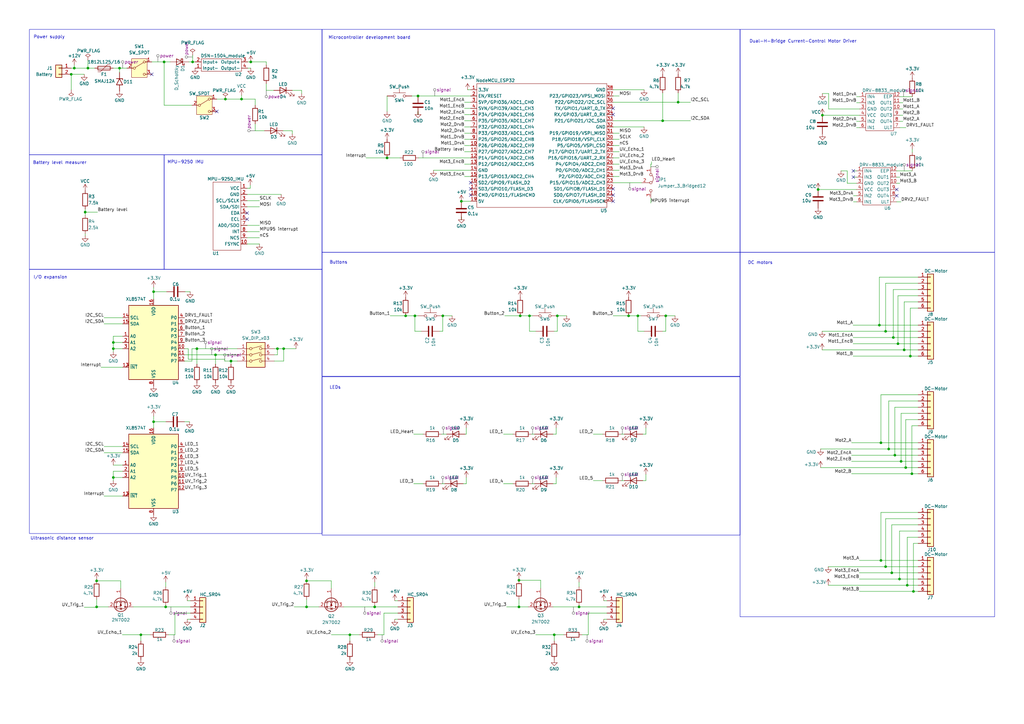
<source format=kicad_sch>
(kicad_sch (version 20231120) (generator "eeschema") (generator_version "8.0")
  (paper "A3")
  (title_block (title "Robot Schematic") (date "2024-05-25") (rev "V6.0") (comment 1 "Irányítás Technika Tanszék") (comment 2 "Neptun: QVFLJH") (comment 3 "Made by: Técsi Zsuzsanna Vilma"))
  (lib_symbols
    (symbol "Connector_Generic:Conn_01x02" (pin_names (offset 1.016) hide)
      (property "Reference" "J" (at 0 2.54 0))
      (property "Value" "Conn_01x02" (at 0 -5.08 0))
      (symbol "Conn_01x02_1_1"
        (pin passive line (at -5.08 0 0) (length 3.81) (name "Pin_1") (number "1"))
        (pin passive line (at -5.08 -2.54 0) (length 3.81) (name "Pin_2") (number "2"))
      )
    )
    (symbol "Connector_Generic:Conn_01x04" (pin_names (offset 1.016) hide)
      (property "Reference" "J" (at 0 5.08 0))
      (property "Value" "Conn_01x04" (at 0 -7.62 0))
      (symbol "Conn_01x04_1_1"
        (pin passive line (at -5.08 2.54 0) (length 3.81) (name "Pin_1") (number "1"))
        (pin passive line (at -5.08 0 0) (length 3.81) (name "Pin_2") (number "2"))
        (pin passive line (at -5.08 -2.54 0) (length 3.81) (name "Pin_3") (number "3"))
        (pin passive line (at -5.08 -5.08 0) (length 3.81) (name "Pin_4") (number "4"))
      )
    )
    (symbol "Connector_Generic:Conn_01x06" (pin_names (offset 1.016) hide)
      (property "Reference" "J" (at 0 7.62 0))
      (property "Value" "Conn_01x06" (at 0 -10.16 0))
      (symbol "Conn_01x06_1_1"
        (pin passive line (at -5.08 5.08 0) (length 3.81) (name "Pin_1") (number "1"))
        (pin passive line (at -5.08 2.54 0) (length 3.81) (name "Pin_2") (number "2"))
        (pin passive line (at -5.08 0 0) (length 3.81) (name "Pin_3") (number "3"))
        (pin passive line (at -5.08 -2.54 0) (length 3.81) (name "Pin_4") (number "4"))
        (pin passive line (at -5.08 -5.08 0) (length 3.81) (name "Pin_5") (number "5"))
        (pin passive line (at -5.08 -7.62 0) (length 3.81) (name "Pin_6") (number "6"))
      )
    )
    (symbol "DRV-8833_module_1"
      (property "Reference" "U6" (at 5.08 -8.89 0))
      (property "Value" "DRV-8833_module" (at 2.54 8.89 0))
      (symbol "DRV-8833_module_1_1_1"
        (pin input line (at -7.62 6.35 0) (length 2.54) (name "IN4") (number "1"))
        (pin output line (at 8.89 1.27 180) (length 2.54) (name "OUT2") (number "10"))
        (pin output line (at 8.89 3.81 180) (length 2.54) (name "OUT1") (number "11"))
        (pin bidirectional line (at 8.89 6.35 180) (length 2.54) (name "EEP") (number "12"))
        (pin input line (at -7.62 3.81 0) (length 2.54) (name "IN3") (number "2"))
        (pin power_in line (at -7.62 1.27 0) (length 2.54) (name "GND") (number "3"))
        (pin power_in line (at -7.62 -1.27 0) (length 2.54) (name "VCC") (number "4"))
        (pin input line (at -7.62 -3.81 0) (length 2.54) (name "IN2") (number "5"))
        (pin input line (at -7.62 -6.35 0) (length 2.54) (name "IN1") (number "6"))
        (pin bidirectional line (at 8.89 -6.35 180) (length 2.54) (name "ULT") (number "7"))
        (pin output line (at 8.89 -3.81 180) (length 2.54) (name "OUT4") (number "8"))
        (pin output line (at 8.89 -1.27 180) (length 2.54) (name "OUT3") (number "9"))
      )
    )
    (symbol "Device:C" (pin_numbers hide) (pin_names (offset 0.254))
      (property "Reference" "C" (at 0.635 2.54 0))
      (property "Value" "C" (at 0.635 -2.54 0))
      (symbol "C_1_1"
        (pin passive line (at 0 3.81 270) (length 2.794) (name "~") (number "1"))
        (pin passive line (at 0 -3.81 90) (length 2.794) (name "~") (number "2"))
      )
    )
    (symbol "Device:D_Schottky" (pin_numbers hide) (pin_names (offset 1.016) hide)
      (property "Reference" "D" (at 0 2.54 0))
      (property "Value" "D_Schottky" (at 0 -2.54 0))
      (symbol "D_Schottky_1_1"
        (pin passive line (at -3.81 0 0) (length 2.54) (name "K") (number "1"))
        (pin passive line (at 3.81 0 180) (length 2.54) (name "A") (number "2"))
      )
    )
    (symbol "Device:LED" (pin_numbers hide) (pin_names (offset 1.016) hide)
      (property "Reference" "D" (at 0 2.54 0))
      (property "Value" "LED" (at 0 -2.54 0))
      (symbol "LED_1_1"
        (pin passive line (at -3.81 0 0) (length 2.54) (name "K") (number "1"))
        (pin passive line (at 3.81 0 180) (length 2.54) (name "A") (number "2"))
      )
    )
    (symbol "Device:Polyfuse" (pin_numbers hide) (pin_names (offset 0))
      (property "Reference" "F" (at -2.54 0 90))
      (property "Value" "Polyfuse" (at 2.54 0 90))
      (symbol "Polyfuse_1_1"
        (pin passive line (at 0 3.81 270) (length 1.27) (name "~") (number "1"))
        (pin passive line (at 0 -3.81 90) (length 1.27) (name "~") (number "2"))
      )
    )
    (symbol "Device:R" (pin_numbers hide) (pin_names (offset 0))
      (property "Reference" "R" (at 2.032 0 90))
      (property "Value" "R" (at 0 0 90))
      (symbol "R_1_1"
        (pin passive line (at 0 3.81 270) (length 1.27) (name "~") (number "1"))
        (pin passive line (at 0 -3.81 90) (length 1.27) (name "~") (number "2"))
      )
    )
    (symbol "Diode:SMAJ12A" (pin_numbers hide) (pin_names (offset 1.016) hide)
      (property "Reference" "D" (at 0 2.54 0))
      (property "Value" "SMAJ12A" (at 0 -2.54 0))
      (symbol "SMAJ12A_1_1"
        (pin passive line (at -3.81 0 0) (length 2.54) (name "A1") (number "1"))
        (pin passive line (at 3.81 0 180) (length 2.54) (name "A2") (number "2"))
      )
    )
    (symbol "Interface_Expansion:PCF8574"
      (property "Reference" "U" (at -8.89 16.51 0))
      (property "Value" "PCF8574" (at 2.54 16.51 0))
      (symbol "PCF8574_1_1"
        (pin input line (at -12.7 2.54 0) (length 2.54) (name "A0") (number "1"))
        (pin bidirectional line (at 12.7 -2.54 180) (length 2.54) (name "P5") (number "10"))
        (pin bidirectional line (at 12.7 -5.08 180) (length 2.54) (name "P6") (number "11"))
        (pin bidirectional line (at 12.7 -7.62 180) (length 2.54) (name "P7") (number "12"))
        (pin open_collector output_low (at -12.7 -10.16 0) (length 2.54) (name "~{INT}") (number "13"))
        (pin input line (at -12.7 10.16 0) (length 2.54) (name "SCL") (number "14"))
        (pin bidirectional line (at -12.7 7.62 0) (length 2.54) (name "SDA") (number "15"))
        (pin power_in line (at 0 17.78 270) (length 2.54) (name "VDD") (number "16"))
        (pin input line (at -12.7 0 0) (length 2.54) (name "A1") (number "2"))
        (pin input line (at -12.7 -2.54 0) (length 2.54) (name "A2") (number "3"))
        (pin bidirectional line (at 12.7 10.16 180) (length 2.54) (name "P0") (number "4"))
        (pin bidirectional line (at 12.7 7.62 180) (length 2.54) (name "P1") (number "5"))
        (pin bidirectional line (at 12.7 5.08 180) (length 2.54) (name "P2") (number "6"))
        (pin bidirectional line (at 12.7 2.54 180) (length 2.54) (name "P3") (number "7"))
        (pin power_in line (at 0 -17.78 90) (length 2.54) (name "VSS") (number "8"))
        (pin bidirectional line (at 12.7 0 180) (length 2.54) (name "P4") (number "9"))
      )
    )
    (symbol "Jumper:Jumper_3_Bridged12" (pin_names (offset 0) hide)
      (property "Reference" "JP" (at -2.54 -2.54 0))
      (property "Value" "Jumper_3_Bridged12" (at 0 2.794 0))
      (symbol "Jumper_3_Bridged12_1_1"
        (pin passive line (at -6.35 0 0) (length 2.54) (name "A") (number "1"))
        (pin passive line (at 0 -3.81 90) (length 2.54) (name "C") (number "2"))
        (pin passive line (at 6.35 0 180) (length 2.54) (name "B") (number "3"))
      )
    )
    (symbol "Switch:SW_DIP_x03" (pin_names (offset 0) hide)
      (property "Reference" "SW" (at 0 6.35 0))
      (property "Value" "SW_DIP_x03" (at 0 -6.35 0))
      (symbol "SW_DIP_x03_1_1"
        (pin passive line (at -7.62 2.54 0) (length 5.08) (name "~") (number "1"))
        (pin passive line (at -7.62 0 0) (length 5.08) (name "~") (number "2"))
        (pin passive line (at -7.62 -2.54 0) (length 5.08) (name "~") (number "3"))
        (pin passive line (at 7.62 -2.54 180) (length 5.08) (name "~") (number "4"))
        (pin passive line (at 7.62 0 180) (length 5.08) (name "~") (number "5"))
        (pin passive line (at 7.62 2.54 180) (length 5.08) (name "~") (number "6"))
      )
    )
    (symbol "Switch:SW_Push" (pin_numbers hide) (pin_names (offset 1.016) hide)
      (property "Reference" "SW" (at 1.27 2.54 0))
      (property "Value" "SW_Push" (at 0 -1.524 0))
      (symbol "SW_Push_0_1"
        (pin passive line (at -5.08 0 0) (length 2.54) (name "1") (number "1"))
        (pin passive line (at 5.08 0 180) (length 2.54) (name "2") (number "2"))
      )
    )
    (symbol "Switch:SW_SPDT" (pin_names (offset 0) hide)
      (property "Reference" "SW" (at 0 5.08 0))
      (property "Value" "SW_SPDT" (at 0 -5.08 0))
      (symbol "SW_SPDT_1_1"
        (pin passive line (at 5.08 2.54 180) (length 2.54) (name "A") (number "1"))
        (pin passive line (at -5.08 0 0) (length 2.54) (name "B") (number "2"))
        (pin passive line (at 5.08 -2.54 180) (length 2.54) (name "C") (number "3"))
      )
    )
    (symbol "Transistor_FET:2N7002" (pin_names hide)
      (property "Reference" "Q" (at 5.08 1.905 0))
      (property "Value" "2N7002" (at 5.08 0 0))
      (symbol "2N7002_1_1"
        (pin input line (at -5.08 0 0) (length 2.54) (name "G") (number "1"))
        (pin passive line (at 2.54 -5.08 90) (length 2.54) (name "S") (number "2"))
        (pin passive line (at 2.54 5.08 270) (length 2.54) (name "D") (number "3"))
      )
    )
    (symbol "onlab:DRV-8833_module"
      (property "Reference" "U7" (at 6.35 -8.89 0))
      (property "Value" "DRV-8833_module" (at 2.54 8.89 0))
      (symbol "DRV-8833_module_1_1"
        (pin input line (at -7.62 6.35 0) (length 2.54) (name "IN4") (number "1"))
        (pin output line (at 8.89 1.27 180) (length 2.54) (name "OUT2") (number "10"))
        (pin output line (at 8.89 3.81 180) (length 2.54) (name "OUT1") (number "11"))
        (pin bidirectional line (at 8.89 6.35 180) (length 2.54) (name "EEP") (number "12"))
        (pin input line (at -7.62 3.81 0) (length 2.54) (name "IN3") (number "2"))
        (pin power_in line (at -7.62 1.27 0) (length 2.54) (name "GND") (number "3"))
        (pin power_in line (at -7.62 -1.27 0) (length 2.54) (name "VCC") (number "4"))
        (pin input line (at -7.62 -3.81 0) (length 2.54) (name "IN2") (number "5"))
        (pin input line (at -7.62 -6.35 0) (length 2.54) (name "IN1") (number "6"))
        (pin bidirectional line (at 8.89 -6.35 180) (length 2.54) (name "ULT") (number "7"))
        (pin output line (at 8.89 -3.81 180) (length 2.54) (name "OUT4") (number "8"))
        (pin output line (at 8.89 -1.27 180) (length 2.54) (name "OUT3") (number "9"))
      )
    )
    (symbol "onlab:DSN-1504_module"
      (property "Reference" "U" (at 7.62 -3.81 0))
      (property "Value" "DSN-1504_module" (at 1.27 3.81 0))
      (symbol "DSN-1504_module_1_1"
        (pin power_in line (at -10.16 1.27 0) (length 2.54) (name "Input-") (number "1"))
        (pin power_in line (at -10.16 -1.27 0) (length 2.54) (name "Input+") (number "2"))
        (pin power_out line (at 11.43 -1.27 180) (length 2.54) (name "Output+") (number "3"))
        (pin power_out line (at 11.43 1.27 180) (length 2.54) (name "Output-") (number "4"))
      )
    )
    (symbol "onlab:MPU-9250_IMU"
      (property "Reference" "U1" (at 3.81 -16.51 0))
      (property "Value" "MPU-9250_IMU" (at -6.35 13.97 0))
      (symbol "MPU-9250_IMU_1_1"
        (pin power_in line (at -7.62 10.16 0) (length 2.54) (name "VCC") (number "1"))
        (pin bidirectional line (at -7.62 -12.7 0) (length 2.54) (name "FSYNC") (number "10"))
        (pin power_in line (at -7.62 7.62 0) (length 2.54) (name "GND") (number "2"))
        (pin bidirectional line (at -7.62 5.08 0) (length 2.54) (name "SCL/SCLK") (number "3"))
        (pin bidirectional line (at -7.62 2.54 0) (length 2.54) (name "SDA/SDI") (number "4"))
        (pin bidirectional line (at -7.62 0 0) (length 2.54) (name "EDA") (number "5"))
        (pin bidirectional line (at -7.62 -2.54 0) (length 2.54) (name "ECL") (number "6"))
        (pin bidirectional line (at -7.62 -5.08 0) (length 2.54) (name "AD0/SDO") (number "7"))
        (pin bidirectional line (at -7.62 -7.62 0) (length 2.54) (name "INT") (number "8"))
        (pin bidirectional line (at -7.62 -10.16 0) (length 2.54) (name "NCS") (number "9"))
      )
    )
    (symbol "onlab:NodeMCU_ESP32"
      (property "Reference" "U5" (at 25.4 -26.67 0))
      (property "Value" "NodeMCU_ESP32" (at -19.05 26.67 0))
      (symbol "NodeMCU_ESP32_1_1"
        (pin power_out line (at -29.21 22.86 0) (length 2.54) (name "3.3V") (number "1"))
        (pin bidirectional line (at -29.21 0 0) (length 2.54) (name "P26/GPIO26/ADC2_CH9") (number "10"))
        (pin bidirectional line (at -29.21 -2.54 0) (length 2.54) (name "P27/GPIO27/ADC2_CH7") (number "11"))
        (pin bidirectional line (at -29.21 -5.08 0) (length 2.54) (name "P14/GPIO14/ADC2_CH6") (number "12"))
        (pin output line (at -29.21 -7.62 0) (length 2.54) (name "P12/GPIO12/ADC2_CH5") (number "13"))
        (pin power_in line (at -29.21 -10.16 0) (length 2.54) (name "GND") (number "14"))
        (pin bidirectional line (at -29.21 -12.7 0) (length 2.54) (name "P13/GPIO13/ADC2_CH4") (number "15"))
        (pin bidirectional line (at -29.21 -15.24 0) (length 2.54) (name "SD2/GPIO9/FLASH_D2") (number "16"))
        (pin bidirectional line (at -29.21 -17.78 0) (length 2.54) (name "SD3/GPIO10/FLASH_D3") (number "17"))
        (pin bidirectional line (at -29.21 -20.32 0) (length 2.54) (name "CMD/GPIO11/FLASHCMD") (number "18"))
        (pin power_in line (at -29.21 -22.86 0) (length 2.54) (name "5V") (number "19"))
        (pin input line (at -29.21 20.32 0) (length 2.54) (name "EN/RESET") (number "2"))
        (pin bidirectional clock (at 29.21 -22.86 180) (length 2.54) (name "CLK/GPIO6/FLASHSCK") (number "20"))
        (pin bidirectional line (at 29.21 -20.32 180) (length 2.54) (name "SD0/GPIO7/FLASH_D0") (number "21"))
        (pin bidirectional line (at 29.21 -17.78 180) (length 2.54) (name "SD1/GPIO8/FLASH_D1") (number "22"))
        (pin bidirectional line (at 29.21 -15.24 180) (length 2.54) (name "P15/GPIO15/ADC2_CH3") (number "23"))
        (pin bidirectional line (at 29.21 -12.7 180) (length 2.54) (name "P2/GPIO2/ADC_CH2") (number "24"))
        (pin output line (at 29.21 -10.16 180) (length 2.54) (name "P0/GPIO0/ADC2_CH1") (number "25"))
        (pin bidirectional line (at 29.21 -7.62 180) (length 2.54) (name "P4/GPIO4/ADC2_CH0") (number "26"))
        (pin bidirectional line (at 29.21 -5.08 180) (length 2.54) (name "P16/GPIO16/UART_2_RX") (number "27"))
        (pin bidirectional line (at 29.21 -2.54 180) (length 2.54) (name "P17/GPIO17/UART_2_TX") (number "28"))
        (pin bidirectional line (at 29.21 0 180) (length 2.54) (name "P5/GPIO5/VSPI_CSO") (number "29"))
        (pin input line (at -29.21 17.78 0) (length 2.54) (name "SVP/GPIO36/ADC1_CH0") (number "3"))
        (pin bidirectional line (at 29.21 2.54 180) (length 2.54) (name "P18/GPIO18/VSPI_CLK") (number "30"))
        (pin bidirectional line (at 29.21 5.08 180) (length 2.54) (name "P19/GPIO19/VSPI_MISO") (number "31"))
        (pin power_in line (at 29.21 7.62 180) (length 2.54) (name "GND") (number "32"))
        (pin bidirectional line (at 29.21 10.16 180) (length 2.54) (name "P21/GPIO21/I2C_SDA") (number "33"))
        (pin input line (at 29.21 12.7 180) (length 2.54) (name "RX/GPIO3/UART_0_RX") (number "34"))
        (pin output line (at 29.21 15.24 180) (length 2.54) (name "TX/GPIO1/UART_0_TX") (number "35"))
        (pin bidirectional line (at 29.21 17.78 180) (length 2.54) (name "P22/GPIO22/I2C_SCL") (number "36"))
        (pin bidirectional line (at 29.21 20.32 180) (length 2.54) (name "P23/GPIO23/VPSI_MOSI") (number "37"))
        (pin power_in line (at 29.21 22.86 180) (length 2.54) (name "GND") (number "38"))
        (pin input line (at -29.21 15.24 0) (length 2.54) (name "SVN/GPIO39/ADC1_CH3") (number "4"))
        (pin input line (at -29.21 12.7 0) (length 2.54) (name "P34/GPIO34/ADC1_CH6") (number "5"))
        (pin input line (at -29.21 10.16 0) (length 2.54) (name "P35/GPIO35/ADC1_CH7") (number "6"))
        (pin bidirectional line (at -29.21 7.62 0) (length 2.54) (name "P32/GPIO32/ADC1_CH4") (number "7"))
        (pin bidirectional line (at -29.21 5.08 0) (length 2.54) (name "P33/GPIO33/ADC1_CH5") (number "8"))
        (pin bidirectional line (at -29.21 2.54 0) (length 2.54) (name "P25/GPIO25/ADC2_CH8") (number "9"))
      )
    )
    (symbol "power:+12V" (power) (pin_names (offset 0))
      (property "Value" "+12V" (at 0 3.556 0))
      (symbol "+12V_1_1"
        (pin power_in line (at 0 0 90) (length 0) hide (name "+12V") (number "1"))
      )
    )
    (symbol "power:+3.3V" (power) (pin_names (offset 0))
      (property "Value" "+3.3V" (at 0 3.556 0))
      (symbol "+3.3V_1_1"
        (pin power_in line (at 0 0 90) (length 0) hide (name "+3.3V") (number "1"))
      )
    )
    (symbol "power:+5V" (power) (pin_names (offset 0))
      (property "Value" "+5V" (at 0 3.556 0))
      (symbol "+5V_1_1"
        (pin power_in line (at 0 0 90) (length 0) hide (name "+5V") (number "1"))
      )
    )
    (symbol "power:GND" (power) (pin_names (offset 0))
      (property "Value" "GND" (at 0 -3.81 0))
      (symbol "GND_1_1"
        (pin power_in line (at 0 0 270) (length 0) hide (name "GND") (number "1"))
      )
    )
    (symbol "power:PWR_FLAG" (power) (pin_numbers hide) (pin_names (offset 0) hide)
      (property "Value" "PWR_FLAG" (at 0 3.81 0))
      (symbol "PWR_FLAG_0_0"
        (pin power_out line (at 0 0 90) (length 0) (name "pwr") (number "1"))
      )
    )
    (symbol "power:VCC" (power) (pin_names (offset 0))
      (property "Value" "VCC" (at 0 3.81 0))
      (symbol "VCC_1_1"
        (pin power_in line (at 0 0 90) (length 0) hide (name "VCC") (number "1"))
      )
    )
  )
  (junction (at 361.315 181.61))
  (junction (at 170.18 129.54))
  (junction (at 360.68 133.35))
  (junction (at 363.22 135.89))
  (junction (at 371.475 191.77))
  (junction (at 125.73 238.252))
  (junction (at 273.05 129.54))
  (junction (at 113.792 143.002))
  (junction (at 365.76 234.95))
  (junction (at 228.6 129.54))
  (junction (at 171.45 39.37))
  (junction (at 34.925 86.995))
  (junction (at 92.456 40.64))
  (junction (at 237.49 248.92))
  (junction (at 62.992 172.974))
  (junction (at 78.994 25.4))
  (junction (at 278.13 41.91))
  (junction (at 374.65 242.57))
  (junction (at 102.87 25.4))
  (junction (at 80.772 143.002))
  (junction (at 62.992 119.634))
  (junction (at 271.78 49.53))
  (junction (at 29.21 30.48))
  (junction (at 166.37 129.54))
  (junction (at 217.17 129.54))
  (junction (at 366.395 138.43))
  (junction (at 373.38 146.05))
  (junction (at 67.31 25.4))
  (junction (at 99.06 40.64))
  (junction (at 94.742 148.082))
  (junction (at 363.22 232.41))
  (junction (at 212.852 237.998))
  (junction (at 361.315 229.87))
  (junction (at 335.534 77.724))
  (junction (at 67.945 248.92))
  (junction (at 49.022 27.94))
  (junction (at 46.482 195.834))
  (junction (at 143.51 260.35))
  (junction (at 368.935 237.49))
  (junction (at 364.49 184.15))
  (junction (at 181.61 129.54))
  (junction (at 367.03 186.69))
  (junction (at 370.84 143.51))
  (junction (at 125.73 248.92))
  (junction (at 88.392 145.542))
  (junction (at 372.11 240.03))
  (junction (at 257.81 129.54))
  (junction (at 39.624 248.92))
  (junction (at 212.852 248.92))
  (junction (at 39.624 238.252))
  (junction (at 368.3 140.97))
  (junction (at 261.62 129.54))
  (junction (at 369.57 189.23))
  (junction (at 46.482 140.462))
  (junction (at 57.785 260.35))
  (junction (at 158.75 64.77))
  (junction (at 213.36 129.54))
  (junction (at 337.312 47.244))
  (junction (at 30.48 27.94))
  (junction (at 189.23 82.55))
  (junction (at 374.015 194.31))
  (junction (at 36.068 27.94))
  (junction (at 46.482 143.002))
  (junction (at 116.332 143.002))
  (junction (at 153.67 248.92))
  (junction (at 227.33 260.35))
  (no_connect (at 193.04 74.93))
  (no_connect (at 251.46 46.99))
  (no_connect (at 88.9 45.72))
  (no_connect (at 251.46 44.45))
  (no_connect (at 251.46 80.01))
  (no_connect (at 101.346 87.376))
  (no_connect (at 62.23 30.48))
  (no_connect (at 367.792 80.264))
  (no_connect (at 251.46 77.47))
  (no_connect (at 193.04 77.47))
  (no_connect (at 193.04 80.01))
  (no_connect (at 101.346 89.916))
  (no_connect (at 350.012 72.644))
  (no_connect (at 350.012 70.104))
  (no_connect (at 251.46 82.55))
  (no_connect (at 367.792 77.724))
  (wire (pts (xy 185.42 129.54) (xy 181.61 129.54)))
  (wire (pts (xy 57.785 260.35) (xy 57.785 262.89)))
  (wire (pts (xy 256.032 197.104) (xy 254.762 197.104)))
  (wire (pts (xy 363.22 135.89) (xy 363.22 116.205)))
  (wire (pts (xy 232.41 129.54) (xy 228.6 129.54)))
  (wire (pts (xy 190.5 59.69) (xy 193.04 59.69)))
  (wire (pts (xy 337.185 143.51) (xy 370.84 143.51)))
  (wire (pts (xy 251.46 41.91) (xy 278.13 41.91)))
  (wire (pts (xy 264.922 175.514) (xy 264.922 178.054)))
  (wire (pts (xy 154.94 260.35) (xy 157.48 260.35)))
  (wire (pts (xy 119.888 37.084) (xy 123.698 37.084)))
  (wire (pts (xy 77.216 147.32) (xy 92.202 147.32)))
  (wire (pts (xy 352.425 234.95) (xy 365.76 234.95)))
  (wire (pts (xy 350.012 70.104) (xy 351.282 70.104)))
  (wire (pts (xy 50.165 260.35) (xy 57.785 260.35)))
  (wire (pts (xy 363.22 116.205) (xy 376.555 116.205)))
  (wire (pts (xy 339.852 44.704) (xy 352.552 44.704)))
  (wire (pts (xy 190.5 52.07) (xy 193.04 52.07)))
  (wire (pts (xy 50.292 193.294) (xy 46.482 193.294)))
  (wire (pts (xy 349.25 181.61) (xy 361.315 181.61)))
  (wire (pts (xy 69.215 260.35) (xy 71.755 260.35)))
  (wire (pts (xy 191.262 175.514) (xy 191.262 178.054)))
  (wire (pts (xy 254 64.77) (xy 251.46 64.77)))
  (wire (pts (xy 71.755 251.46) (xy 78.105 251.46)))
  (wire (pts (xy 62.992 172.974) (xy 62.992 175.514)))
  (wire (pts (xy 371.475 172.085) (xy 376.555 172.085)))
  (wire (pts (xy 228.6 135.89) (xy 228.6 129.54)))
  (wire (pts (xy 228.092 178.054) (xy 226.822 178.054)))
  (wire (pts (xy 364.49 184.15) (xy 376.555 184.15)))
  (wire (pts (xy 76.835 254) (xy 78.105 254)))
  (wire (pts (xy 271.78 135.89) (xy 273.05 135.89)))
  (wire (pts (xy 212.852 237.49) (xy 212.852 237.998)))
  (wire (pts (xy 116.332 148.082) (xy 116.332 143.002)))
  (wire (pts (xy 363.22 135.89) (xy 376.555 135.89)))
  (wire (pts (xy 67.945 238.76) (xy 67.945 240.665)))
  (wire (pts (xy 34.925 85.725) (xy 34.925 86.995)))
  (wire (pts (xy 125.73 245.872) (xy 125.73 248.92)))
  (wire (pts (xy 189.23 82.55) (xy 193.04 82.55)))
  (wire (pts (xy 172.72 135.89) (xy 170.18 135.89)))
  (wire (pts (xy 364.49 164.465) (xy 376.555 164.465)))
  (wire (pts (xy 62.992 119.634) (xy 62.992 122.682)))
  (wire (pts (xy 39.624 248.92) (xy 44.45 248.92)))
  (wire (pts (xy 125.73 237.617) (xy 125.73 238.252)))
  (wire (pts (xy 50.292 143.002) (xy 46.482 143.002)))
  (wire (pts (xy 182.372 198.374) (xy 181.102 198.374)))
  (wire (pts (xy 367.03 186.69) (xy 367.03 167.005)))
  (wire (pts (xy 42.672 132.842) (xy 50.292 132.842)))
  (wire (pts (xy 266.954 67.31) (xy 266.954 68.58)))
  (wire (pts (xy 104.648 40.64) (xy 99.06 40.64)))
  (wire (pts (xy 352.425 242.57) (xy 374.65 242.57)))
  (wire (pts (xy 368.935 237.49) (xy 368.935 217.805)))
  (wire (pts (xy 68.326 119.634) (xy 62.992 119.634)))
  (wire (pts (xy 190.5 72.39) (xy 193.04 72.39)))
  (wire (pts (xy 264.922 178.054) (xy 263.652 178.054)))
  (wire (pts (xy 238.76 260.35) (xy 241.3 260.35)))
  (wire (pts (xy 369.062 44.704) (xy 370.332 44.704)))
  (wire (pts (xy 160.02 129.54) (xy 166.37 129.54)))
  (wire (pts (xy 101.346 82.296) (xy 106.426 82.296)))
  (wire (pts (xy 347.472 70.104) (xy 347.472 75.184)))
  (wire (pts (xy 39.624 245.872) (xy 39.624 248.92)))
  (wire (pts (xy 361.315 161.925) (xy 376.555 161.925)))
  (wire (pts (xy 374.015 174.625) (xy 376.555 174.625)))
  (wire (pts (xy 46.482 137.922) (xy 46.482 140.462)))
  (wire (pts (xy 161.925 254) (xy 163.195 254)))
  (wire (pts (xy 67.31 25.4) (xy 62.23 25.4)))
  (wire (pts (xy 157.48 260.35) (xy 157.48 251.46)))
  (wire (pts (xy 78.994 25.4) (xy 80.01 25.4)))
  (wire (pts (xy 78.74 148.082) (xy 78.74 143.002)))
  (wire (pts (xy 226.822 248.92) (xy 237.49 248.92)))
  (wire (pts (xy 247.142 178.054) (xy 243.332 178.054)))
  (wire (pts (xy 361.315 229.87) (xy 376.555 229.87)))
  (wire (pts (xy 67.31 43.18) (xy 78.74 43.18)))
  (wire (pts (xy 77.724 172.974) (xy 75.692 172.974)))
  (wire (pts (xy 339.852 38.354) (xy 339.852 44.704)))
  (wire (pts (xy 41.402 150.622) (xy 50.292 150.622)))
  (wire (pts (xy 247.65 246.38) (xy 248.92 246.38)))
  (wire (pts (xy 337.312 47.244) (xy 352.552 47.244)))
  (wire (pts (xy 264.922 194.564) (xy 264.922 197.104)))
  (wire (pts (xy 254 67.31) (xy 251.46 67.31)))
  (wire (pts (xy 166.37 129.54) (xy 170.18 129.54)))
  (wire (pts (xy 112.268 37.084) (xy 109.22 37.084)))
  (wire (pts (xy 180.34 135.89) (xy 181.61 135.89)))
  (wire (pts (xy 191.262 195.834) (xy 191.262 198.374)))
  (wire (pts (xy 34.544 249.047) (xy 39.624 249.047)))
  (wire (pts (xy 135.89 260.35) (xy 143.51 260.35)))
  (wire (pts (xy 140.97 248.92) (xy 153.67 248.92)))
  (wire (pts (xy 368.3 121.285) (xy 376.555 121.285)))
  (wire (pts (xy 38.862 27.94) (xy 36.068 27.94)))
  (wire (pts (xy 68.072 172.974) (xy 62.992 172.974)))
  (wire (pts (xy 372.11 240.03) (xy 372.11 220.345)))
  (wire (pts (xy 34.544 30.48) (xy 29.21 30.48)))
  (wire (pts (xy 191.262 198.374) (xy 189.992 198.374)))
  (wire (pts (xy 363.22 232.41) (xy 363.22 212.725)))
  (wire (pts (xy 171.45 46.99) (xy 171.45 45.72)))
  (wire (pts (xy 36.068 24.638) (xy 36.068 27.94)))
  (wire (pts (xy 42.672 203.454) (xy 50.292 203.454)))
  (wire (pts (xy 367.792 70.104) (xy 374.142 70.104)))
  (wire (pts (xy 349.885 146.05) (xy 373.38 146.05)))
  (wire (pts (xy 237.49 248.92) (xy 248.92 248.92)))
  (wire (pts (xy 39.624 237.617) (xy 39.624 238.252)))
  (wire (pts (xy 251.46 49.53) (xy 271.78 49.53)))
  (wire (pts (xy 92.456 40.64) (xy 99.06 40.64)))
  (wire (pts (xy 113.792 143.002) (xy 112.522 143.002)))
  (wire (pts (xy 254 72.39) (xy 251.46 72.39)))
  (wire (pts (xy 49.53 238.252) (xy 39.624 238.252)))
  (wire (pts (xy 210.312 198.374) (xy 206.502 198.374)))
  (wire (pts (xy 77.978 119.634) (xy 75.946 119.634)))
  (wire (pts (xy 104.648 53.594) (xy 108.458 53.594)))
  (wire (pts (xy 88.392 145.542) (xy 88.392 149.352)))
  (wire (pts (xy 361.315 181.61) (xy 361.315 161.925)))
  (wire (pts (xy 217.17 129.54) (xy 218.44 129.54)))
  (wire (pts (xy 40.005 86.995) (xy 34.925 86.995)))
  (wire (pts (xy 251.46 57.15) (xy 254 57.15)))
  (wire (pts (xy 227.33 135.89) (xy 228.6 135.89)))
  (wire (pts (xy 67.945 248.92) (xy 67.945 248.285)))
  (wire (pts (xy 219.202 198.374) (xy 217.932 198.374)))
  (wire (pts (xy 347.472 75.184) (xy 351.282 75.184)))
  (wire (pts (xy 46.482 140.462) (xy 46.482 143.002)))
  (wire (pts (xy 109.22 25.4) (xy 102.87 25.4)))
  (wire (pts (xy 370.84 123.825) (xy 376.555 123.825)))
  (wire (pts (xy 374.65 222.885) (xy 376.555 222.885)))
  (wire (pts (xy 190.5 46.99) (xy 193.04 46.99)))
  (wire (pts (xy 116.078 53.594) (xy 119.888 53.594)))
  (wire (pts (xy 367.792 72.644) (xy 369.062 72.644)))
  (wire (pts (xy 349.885 138.43) (xy 366.395 138.43)))
  (wire (pts (xy 368.3 140.97) (xy 376.555 140.97)))
  (wire (pts (xy 350.012 72.644) (xy 351.282 72.644)))
  (wire (pts (xy 30.48 27.94) (xy 29.21 27.94)))
  (wire (pts (xy 101.346 79.756) (xy 115.316 79.756)))
  (wire (pts (xy 251.46 129.54) (xy 257.81 129.54)))
  (wire (pts (xy 374.015 194.31) (xy 376.555 194.31)))
  (wire (pts (xy 116.332 143.002) (xy 113.792 143.002)))
  (wire (pts (xy 50.292 190.754) (xy 46.482 190.754)))
  (wire (pts (xy 363.22 232.41) (xy 376.555 232.41)))
  (wire (pts (xy 99.06 39.116) (xy 99.06 40.64)))
  (wire (pts (xy 168.91 39.37) (xy 171.45 39.37)))
  (wire (pts (xy 227.33 260.35) (xy 227.33 262.89)))
  (wire (pts (xy 177.8 69.85) (xy 193.04 69.85)))
  (wire (pts (xy 101.346 97.536) (xy 106.426 97.536)))
  (wire (pts (xy 189.23 90.17) (xy 189.23 88.9)))
  (wire (pts (xy 368.935 237.49) (xy 376.555 237.49)))
  (wire (pts (xy 49.022 27.94) (xy 52.07 27.94)))
  (wire (pts (xy 30.48 27.94) (xy 36.068 27.94)))
  (wire (pts (xy 251.46 54.61) (xy 254 54.61)))
  (wire (pts (xy 349.885 133.35) (xy 360.68 133.35)))
  (wire (pts (xy 374.142 61.214) (xy 374.142 62.484)))
  (wire (pts (xy 62.992 170.688) (xy 62.992 172.974)))
  (wire (pts (xy 373.38 146.05) (xy 373.38 126.365)))
  (wire (pts (xy 374.65 242.57) (xy 376.555 242.57)))
  (wire (pts (xy 374.015 194.31) (xy 374.015 174.625)))
  (wire (pts (xy 366.395 138.43) (xy 376.555 138.43)))
  (wire (pts (xy 207.772 248.92) (xy 212.852 248.92)))
  (wire (pts (xy 271.78 49.53) (xy 283.21 49.53)))
  (wire (pts (xy 71.755 260.35) (xy 71.755 251.46)))
  (wire (pts (xy 361.315 229.87) (xy 361.315 210.185)))
  (wire (pts (xy 278.13 38.1) (xy 278.13 41.91)))
  (wire (pts (xy 271.78 38.1) (xy 271.78 49.53)))
  (wire (pts (xy 92.202 148.082) (xy 94.742 148.082)))
  (wire (pts (xy 88.9 40.64) (xy 92.456 40.64)))
  (wire (pts (xy 77.216 143.002) (xy 77.216 147.32)))
  (wire (pts (xy 153.67 238.76) (xy 153.67 240.665)))
  (wire (pts (xy 261.62 135.89) (xy 261.62 129.54)))
  (wire (pts (xy 374.65 242.57) (xy 374.65 222.885)))
  (wire (pts (xy 361.315 181.61) (xy 376.555 181.61)))
  (wire (pts (xy 368.3 140.97) (xy 368.3 121.285)))
  (wire (pts (xy 169.672 178.054) (xy 173.482 178.054)))
  (wire (pts (xy 153.67 248.92) (xy 163.195 248.92)))
  (wire (pts (xy 49.022 27.94) (xy 49.022 29.718)))
  (wire (pts (xy 158.75 64.77) (xy 164.084 64.77)))
  (wire (pts (xy 125.73 238.252) (xy 135.89 238.252)))
  (wire (pts (xy 49.53 238.252) (xy 49.53 241.3)))
  (wire (pts (xy 247.142 197.104) (xy 243.332 197.104)))
  (wire (pts (xy 171.704 64.77) (xy 193.04 64.77)))
  (wire (pts (xy 190.5 41.91) (xy 193.04 41.91)))
  (wire (pts (xy 102.87 27.94) (xy 101.6 27.94)))
  (wire (pts (xy 366.395 138.43) (xy 366.395 118.745)))
  (wire (pts (xy 119.888 53.594) (xy 119.888 54.864)))
  (wire (pts (xy 69.85 25.4) (xy 67.31 25.4)))
  (wire (pts (xy 94.742 148.082) (xy 97.282 148.082)))
  (wire (pts (xy 337.312 38.354) (xy 339.852 38.354)))
  (wire (pts (xy 113.792 145.542) (xy 113.792 143.002)))
  (wire (pts (xy 106.426 100.076) (xy 101.346 100.076)))
  (wire (pts (xy 361.315 210.185) (xy 376.555 210.185)))
  (wire (pts (xy 373.38 146.05) (xy 376.555 146.05)))
  (wire (pts (xy 190.5 62.23) (xy 193.04 62.23)))
  (wire (pts (xy 336.55 191.77) (xy 371.475 191.77)))
  (wire (pts (xy 369.57 189.23) (xy 376.555 189.23)))
  (wire (pts (xy 170.18 129.54) (xy 171.45 129.54)))
  (wire (pts (xy 351.282 39.624) (xy 352.552 39.624)))
  (wire (pts (xy 34.925 86.995) (xy 34.925 88.265)))
  (wire (pts (xy 264.16 36.83) (xy 251.46 36.83)))
  (wire (pts (xy 210.312 178.054) (xy 206.502 178.054)))
  (wire (pts (xy 92.202 147.32) (xy 92.202 148.082)))
  (wire (pts (xy 101.346 84.836) (xy 106.426 84.836)))
  (wire (pts (xy 42.672 130.302) (xy 50.292 130.302)))
  (wire (pts (xy 264.922 197.104) (xy 263.652 197.104)))
  (wire (pts (xy 365.76 215.265) (xy 376.555 215.265)))
  (wire (pts (xy 76.835 246.38) (xy 78.105 246.38)))
  (wire (pts (xy 360.68 133.35) (xy 360.68 113.665)))
  (wire (pts (xy 219.71 135.89) (xy 217.17 135.89)))
  (wire (pts (xy 241.3 260.35) (xy 241.3 251.46)))
  (wire (pts (xy 190.5 54.61) (xy 193.04 54.61)))
  (wire (pts (xy 77.47 25.4) (xy 78.994 25.4)))
  (wire (pts (xy 46.482 27.94) (xy 49.022 27.94)))
  (wire (pts (xy 350.012 80.264) (xy 351.282 80.264)))
  (wire (pts (xy 153.67 248.92) (xy 153.67 248.285)))
  (wire (pts (xy 219.71 260.35) (xy 227.33 260.35)))
  (wire (pts (xy 217.17 135.89) (xy 217.17 129.54)))
  (wire (pts (xy 261.62 129.54) (xy 262.89 129.54)))
  (wire (pts (xy 267.208 66.294) (xy 267.208 67.31)))
  (wire (pts (xy 251.46 59.69) (xy 254 59.69)))
  (wire (pts (xy 157.48 251.46) (xy 163.195 251.46)))
  (wire (pts (xy 46.482 143.002) (xy 46.482 144.272)))
  (wire (pts (xy 351.282 52.324) (xy 352.552 52.324)))
  (wire (pts (xy 54.61 248.92) (xy 67.945 248.92)))
  (wire (pts (xy 256.032 178.054) (xy 254.762 178.054)))
  (wire (pts (xy 181.102 178.054) (xy 183.134 178.054)))
  (wire (pts (xy 369.57 82.804) (xy 367.792 82.804)))
  (wire (pts (xy 50.292 137.922) (xy 46.482 137.922)))
  (wire (pts (xy 351.282 49.784) (xy 352.552 49.784)))
  (wire (pts (xy 349.25 186.69) (xy 367.03 186.69)))
  (wire (pts (xy 112.522 148.082) (xy 116.332 148.082)))
  (wire (pts (xy 352.425 229.87) (xy 361.315 229.87)))
  (wire (pts (xy 369.062 47.244) (xy 370.332 47.244)))
  (wire (pts (xy 349.25 194.31) (xy 374.015 194.31)))
  (wire (pts (xy 365.76 234.95) (xy 376.555 234.95)))
  (wire (pts (xy 213.36 129.54) (xy 217.17 129.54)))
  (wire (pts (xy 264.16 135.89) (xy 261.62 135.89)))
  (wire (pts (xy 57.785 260.35) (xy 61.595 260.35)))
  (wire (pts (xy 372.11 220.345) (xy 376.555 220.345)))
  (wire (pts (xy 228.092 195.834) (xy 228.092 198.374)))
  (wire (pts (xy 42.672 183.134) (xy 50.292 183.134)))
  (wire (pts (xy 50.292 195.834) (xy 46.482 195.834)))
  (wire (pts (xy 367.792 75.184) (xy 369.062 75.184)))
  (wire (pts (xy 42.672 185.674) (xy 50.292 185.674)))
  (wire (pts (xy 369.57 169.545) (xy 376.555 169.545)))
  (wire (pts (xy 46.482 195.834) (xy 46.482 197.104)))
  (wire (pts (xy 369.062 39.624) (xy 374.142 39.624)))
  (wire (pts (xy 29.21 36.83) (xy 29.21 30.48)))
  (wire (pts (xy 344.932 70.104) (xy 347.472 70.104)))
  (wire (pts (xy 50.292 140.462) (xy 46.482 140.462)))
  (wire (pts (xy 251.46 39.37) (xy 254 39.37)))
  (wire (pts (xy 267.208 67.31) (xy 266.954 67.31)))
  (wire (pts (xy 80.772 143.002) (xy 80.772 149.352)))
  (wire (pts (xy 237.49 248.92) (xy 237.49 248.285)))
  (wire (pts (xy 335.534 77.724) (xy 351.282 77.724)))
  (wire (pts (xy 190.5 57.15) (xy 193.04 57.15)))
  (wire (pts (xy 360.68 133.35) (xy 376.555 133.35)))
  (wire (pts (xy 212.852 245.745) (xy 212.852 248.92)))
  (wire (pts (xy 75.692 148.082) (xy 78.74 148.082)))
  (wire (pts (xy 75.692 145.542) (xy 88.392 145.542)))
  (wire (pts (xy 227.33 260.35) (xy 231.14 260.35)))
  (wire (pts (xy 190.5 67.31) (xy 193.04 67.31)))
  (wire (pts (xy 352.425 237.49) (xy 368.935 237.49)))
  (wire (pts (xy 373.38 126.365) (xy 376.555 126.365)))
  (wire (pts (xy 221.742 237.998) (xy 212.852 237.998)))
  (wire (pts (xy 173.482 198.374) (xy 169.672 198.374)))
  (wire (pts (xy 365.76 234.95) (xy 365.76 215.265)))
  (wire (pts (xy 219.202 178.054) (xy 217.932 178.054)))
  (wire (pts (xy 143.51 260.35) (xy 147.32 260.35)))
  (wire (pts (xy 363.22 212.725) (xy 376.555 212.725)))
  (wire (pts (xy 62.992 117.856) (xy 62.992 119.634)))
  (wire (pts (xy 237.49 238.76) (xy 237.49 240.665)))
  (wire (pts (xy 67.31 43.18) (xy 67.31 25.4)))
  (wire (pts (xy 349.25 189.23) (xy 369.57 189.23)))
  (wire (pts (xy 101.346 77.216) (xy 102.616 77.216)))
  (wire (pts (xy 371.475 191.77) (xy 371.475 172.085)))
  (wire (pts (xy 336.55 184.15) (xy 364.49 184.15)))
  (wire (pts (xy 120.65 248.92) (xy 125.73 248.92)))
  (wire (pts (xy 104.648 40.64) (xy 104.648 43.18)))
  (wire (pts (xy 106.426 94.996) (xy 101.346 94.996)))
  (wire (pts (xy 228.092 198.374) (xy 226.822 198.374)))
  (wire (pts (xy 364.49 184.15) (xy 364.49 164.465)))
  (wire (pts (xy 34.925 96.647) (xy 34.925 95.885)))
  (wire (pts (xy 191.77 36.83) (xy 193.04 36.83)))
  (wire (pts (xy 371.602 52.324) (xy 369.062 52.324)))
  (wire (pts (xy 254 62.23) (xy 251.46 62.23)))
  (wire (pts (xy 339.725 240.03) (xy 372.11 240.03)))
  (wire (pts (xy 264.16 52.07) (xy 251.46 52.07)))
  (wire (pts (xy 221.742 237.998) (xy 221.742 241.3)))
  (wire (pts (xy 112.522 145.542) (xy 113.792 145.542)))
  (wire (pts (xy 367.03 167.005) (xy 376.555 167.005)))
  (wire (pts (xy 339.725 232.41) (xy 363.22 232.41)))
  (wire (pts (xy 75.692 143.002) (xy 77.216 143.002)))
  (wire (pts (xy 276.86 129.54) (xy 273.05 129.54)))
  (wire (pts (xy 350.012 82.804) (xy 351.282 82.804)))
  (wire (pts (xy 257.81 129.54) (xy 261.62 129.54)))
  (wire (pts (xy 207.01 129.54) (xy 213.36 129.54)))
  (wire (pts (xy 190.5 49.53) (xy 193.04 49.53)))
  (wire (pts (xy 273.05 135.89) (xy 273.05 129.54)))
  (wire (pts (xy 109.22 26.67) (xy 109.22 25.4)))
  (wire (pts (xy 30.48 26.67) (xy 30.48 27.94)))
  (wire (pts (xy 266.954 83.312) (xy 266.954 81.28)))
  (wire (pts (xy 123.698 37.084) (xy 123.698 38.354)))
  (wire (pts (xy 351.282 42.164) (xy 352.552 42.164)))
  (wire (pts (xy 135.89 238.252) (xy 135.89 241.3)))
  (wire (pts (xy 78.994 22.606) (xy 78.994 25.4)))
  (wire (pts (xy 109.22 37.084) (xy 109.22 34.29)))
  (wire (pts (xy 368.935 217.805) (xy 376.555 217.805)))
  (wire (pts (xy 370.84 143.51) (xy 370.84 123.825)))
  (wire (pts (xy 371.475 191.77) (xy 376.555 191.77)))
  (wire (pts (xy 369.57 189.23) (xy 369.57 169.545)))
  (wire (pts (xy 251.46 74.93) (xy 263.144 74.93)))
  (wire (pts (xy 372.11 240.03) (xy 376.555 240.03)))
  (wire (pts (xy 88.392 145.542) (xy 97.282 145.542)))
  (wire (pts (xy 241.3 251.46) (xy 248.92 251.46)))
  (wire (pts (xy 78.74 143.002) (xy 80.772 143.002)))
  (wire (pts (xy 190.5 44.45) (xy 193.04 44.45)))
  (wire (pts (xy 360.68 113.665) (xy 376.555 113.665)))
  (wire (pts (xy 254 69.85) (xy 251.46 69.85)))
  (wire (pts (xy 369.062 42.164) (xy 370.332 42.164)))
  (wire (pts (xy 247.65 254) (xy 248.92 254)))
  (wire (pts (xy 104.648 50.8) (xy 104.648 53.594)))
  (wire (pts (xy 125.73 248.92) (xy 130.81 248.92)))
  (wire (pts (xy 190.754 178.054) (xy 191.262 178.054)))
  (wire (pts (xy 116.332 143.002) (xy 121.412 143.002)))
  (wire (pts (xy 80.772 143.002) (xy 97.282 143.002)))
  (wire (pts (xy 101.346 92.456) (xy 106.426 92.456)))
  (wire (pts (xy 370.84 143.51) (xy 376.555 143.51)))
  (wire (pts (xy 337.185 135.89) (xy 363.22 135.89)))
  (wire (pts (xy 212.852 237.998) (xy 212.852 238.125)))
  (wire (pts (xy 94.742 149.352) (xy 94.742 148.082)))
  (wire (pts (xy 150.114 64.77) (xy 158.75 64.77)))
  (wire (pts (xy 181.61 135.89) (xy 181.61 129.54)))
  (wire (pts (xy 39.624 248.92) (xy 39.624 249.047)))
  (wire (pts (xy 171.45 39.37) (xy 193.04 39.37)))
  (wire (pts (xy 46.482 193.294) (xy 46.482 195.834)))
  (wire (pts (xy 102.87 25.4) (xy 101.6 25.4)))
  (wire (pts (xy 102.616 77.216) (xy 102.616 75.946)))
  (wire (pts (xy 369.062 49.784) (xy 370.332 49.784)))
  (wire (pts (xy 212.852 248.92) (xy 216.662 248.92)))
  (wire (pts (xy 158.75 45.72) (xy 158.75 39.37)))
  (wire (pts (xy 367.03 186.69) (xy 376.555 186.69)))
  (wire (pts (xy 366.395 118.745) (xy 376.555 118.745)))
  (wire (pts (xy 349.885 140.97) (xy 368.3 140.97)))
  (wire (pts (xy 170.18 135.89) (xy 170.18 129.54)))
  (wire (pts (xy 228.092 175.514) (xy 228.092 178.054)))
  (wire (pts (xy 143.51 260.35) (xy 143.51 262.89)))
  (wire (pts (xy 278.13 41.91) (xy 283.21 41.91)))
  (wire (pts (xy 161.925 246.38) (xy 163.195 246.38)))
  (wire (pts (xy 78.105 248.92) (xy 67.945 248.92)))
  (rectangle (start 132.08 154.559) (end 303.53 219.456))
  (rectangle (start 303.53 103.505) (end 407.924 252.984))
  (rectangle (start 67.31 63.5) (end 132.08 110.49))
  (rectangle (start 303.53 12.065) (end 407.924 103.505))
  (rectangle (start 132.08 12.065) (end 303.53 103.505))
  (rectangle (start 12.065 63.5) (end 67.31 110.49))
  (rectangle (start 12.065 12.065) (end 132.08 63.5))
  (rectangle (start 12.065 110.49) (end 132.08 218.821))
  (rectangle (start 132.08 103.505) (end 303.53 154.305))
  (text "Ultrasonic distance sensor" (at 12.446 221.615 0) (effects (font (size 1.27 1.27)) (justify left bottom)))
  (text "LEDs\n" (at 135.128 159.766 0) (effects (font (size 1.27 1.27)) (justify left bottom)))
  (text "I/O expansion\n" (at 13.716 114.554 0) (effects (font (size 1.27 1.27)) (justify left bottom)))
  (text "Power supply" (at 13.716 16.002 0) (effects (font (size 1.27 1.27)) (justify left bottom)))
  (text "DC motors\n" (at 306.705 108.585 0) (effects (font (size 1.27 1.27)) (justify left bottom)))
  (text "Microcontroller development board" (at 134.62 16.256 0) (effects (font (size 1.27 1.27)) (justify left bottom)))
  (text "MPU-9250 IMU" (at 68.58 67.31 0) (effects (font (size 1.27 1.27)) (justify left bottom)))
  (text "Dual-H-Bridge Current-Control Motor Driver\n" (at 307.34 17.78 0) (effects (font (size 1.27 1.27)) (justify left bottom)))
  (text "Battery level measurer\n" (at 13.462 67.564 0) (effects (font (size 1.27 1.27)) (justify left bottom)))
  (text "Buttons\n" (at 135.128 108.458 0) (effects (font (size 1.27 1.27)) (justify left bottom)))
  (label "Mot1_EncA" (at 349.885 138.43 180))
  (label "Mot2_B" (at 349.25 194.31 180))
  (label "UV_Trig_3" (at 207.772 248.92 180))
  (label "Mot2_EncB" (at 190.5 49.53 180))
  (label "UV_Echo_2" (at 254 64.77 0))
  (label "DRV2_FAULT" (at 369.57 82.804 0))
  (label "Mot1_EncB" (at 190.5 44.45 180))
  (label "UV_Trig_1" (at 34.544 249.047 180))
  (label "Button_1" (at 160.02 129.54 180))
  (label "Mot3_DrvA" (at 254 69.85 0))
  (label "Mot3_EncB" (at 352.425 237.49 180))
  (label "Mot2_EncB" (at 349.25 189.23 180))
  (label "LED_Heart" (at 169.672 178.054 180))
  (label "Mot2_EncA" (at 190.5 46.99 180))
  (label "Mot2_DrvB" (at 190.5 52.07 180))
  (label "nCS" (at 106.426 97.536 0))
  (label "UV_Echo_1" (at 50.165 260.35 180))
  (label "LED_1" (at 206.502 178.054 180))
  (label "Mot1_A" (at 370.332 44.704 0))
  (label "Mot3_A" (at 369.062 72.644 0))
  (label "LED_2" (at 243.332 178.054 180))
  (label "UV_Trig_1" (at 75.692 195.834 0))
  (label "LED_1" (at 75.692 183.134 0))
  (label "LED_5" (at 243.332 197.104 180))
  (label "MOSI" (at 106.426 84.836 0))
  (label "Mot3_DrvB" (at 254 72.39 0))
  (label "Mot3_B" (at 352.425 242.57 180))
  (label "Button_3" (at 75.692 140.462 0))
  (label "LED_4" (at 75.692 190.754 0))
  (label "UV_Trig_2" (at 120.65 248.92 180))
  (label "DRV2_FAULT" (at 75.692 132.842 0))
  (label "Button_3" (at 251.46 129.54 180))
  (label "Mot1_DrvB" (at 190.5 57.15 180))
  (label "Mot2_DrvA" (at 351.282 49.784 180))
  (label "Battery level" (at 190.5 62.23 180))
  (label "Mot2_B" (at 370.332 47.244 0))
  (label "Mot3_EncA" (at 190.5 72.39 180))
  (label "Mot1_DrvA" (at 190.5 59.69 180))
  (label "Mot3_EncA" (at 352.425 234.95 180))
  (label "Mot3_B" (at 369.062 75.184 0))
  (label "UV_Trig_3" (at 75.692 200.914 0))
  (label "Mot3_A" (at 352.425 229.87 180))
  (label "I2C_SCL" (at 283.21 41.91 0))
  (label "Mot2_DrvA" (at 190.5 54.61 180))
  (label "Mot1_EncB" (at 349.885 140.97 180))
  (label "UV_Trig_2" (at 75.692 198.374 0))
  (label "DRV1_FAULT" (at 75.692 130.302 0))
  (label "Mot1_DrvB" (at 351.282 42.164 180))
  (label "MPU95 interrupt" (at 106.426 94.996 0))
  (label "UV_Echo_2" (at 135.89 260.35 180))
  (label "UV_Echo_3" (at 254 67.31 0))
  (label "DRV1_FAULT" (at 371.602 52.324 0))
  (label "LED_5" (at 75.692 193.294 0))
  (label "Mot1_DrvA" (at 351.282 39.624 180))
  (label "LED_3" (at 169.672 198.374 180))
  (label "MOSI" (at 254 39.37 0))
  (label "Mot3_DrvB" (at 350.012 82.804 180))
  (label "SCLK" (at 106.426 82.296 0))
  (label "Button_1" (at 75.692 135.382 0))
  (label "I2C_SDA" (at 42.672 185.674 180))
  (label "LED_2" (at 75.692 185.674 0))
  (label "MPU95 interrupt" (at 266.954 83.312 0))
  (label "Mot1_A" (at 349.885 133.35 180))
  (label "Mot2_A" (at 349.25 181.61 180))
  (label "Mot2_A" (at 370.332 49.784 0))
  (label "LED_Heart" (at 267.208 66.294 0))
  (label "Interrupt" (at 42.672 203.454 180))
  (label "Mot1_B" (at 370.332 42.164 0))
  (label "Button_2" (at 207.01 129.54 180))
  (label "UV_Echo_1" (at 254 62.23 0))
  (label "Mot3_DrvA" (at 350.012 80.264 180))
  (label "I2C_SDA" (at 283.21 49.53 0))
  (label "Button_2" (at 75.692 137.922 0))
  (label "Mot2_DrvB" (at 351.282 52.324 180))
  (label "LED_4" (at 206.502 198.374 180))
  (label "Mot3_EncB" (at 190.5 67.31 180))
  (label "I2C_SCL" (at 42.672 130.302 180))
  (label "Mot1_EncA" (at 190.5 41.91 180))
  (label "I2C_SDA" (at 42.672 132.842 180))
  (label "Battery level" (at 40.005 86.995 0))
  (label "UV_Echo_3" (at 219.71 260.35 180))
  (label "nCS" (at 254 59.69 0))
  (label "Interrupt" (at 150.114 64.77 180))
  (label "MISO" (at 254 54.61 0))
  (label "MISO" (at 106.426 92.456 0))
  (label "LED_3" (at 75.692 188.214 0))
  (label "I2C_SCL" (at 42.672 183.134 180))
  (label "SCLK" (at 254 57.15 0))
  (label "Mot1_B" (at 349.885 146.05 180))
  (label "Mot2_EncA" (at 349.25 186.69 180))
  (label "Interrupt" (at 41.402 150.622 180))
  (netclass_flag "" (length 2.54) (shape round) (at 258.318 74.93 180) (property "Netclass" "signal" (at 259.0165 77.47 0) (effects (font (italic yes)) (justify left))))
  (netclass_flag "" (length 2.54) (shape round) (at 266.954 68.326 270) (property "Netclass" "signal" (at 269.494 69.0245 90) (effects (font (italic yes)) (justify right))))
  (netclass_flag "" (length 2.54) (shape round) (at 149.606 248.92 180) (property "Netclass" "signal" (at 150.3045 251.46 0) (effects (font (italic yes)) (justify left))))
  (netclass_flag "" (length 2.54) (shape round) (at 255.27 178.054 0) (property "Netclass" "signal" (at 255.9685 175.514 0) (effects (font (italic yes)) (justify left))))
  (netclass_flag "" (length 2.54) (shape round) (at 104.648 53.594 90) (property "Netclass" "power" (at 102.108 52.8955 90) (effects (font (italic yes)) (justify left))))
  (netclass_flag "" (length 2.54) (shape round) (at 92.202 148.082 0) (property "Netclass" "signal" (at 92.9005 145.542 0) (effects (font (italic yes)) (justify left))))
  (netclass_flag "" (length 2.54) (shape round) (at 71.374 260.35 180) (property "Netclass" "signal" (at 72.0725 262.89 0) (effects (font (italic yes)) (justify left))))
  (netclass_flag "" (length 2.54) (shape round) (at 64.77 25.4 0) (property "Netclass" "power" (at 65.4685 22.86 0) (effects (font (italic yes)) (justify left))))
  (netclass_flag "" (length 2.54) (shape round) (at 70.104 248.92 180) (property "Netclass" "signal" (at 70.8025 251.46 0) (effects (font (italic yes)) (justify left))))
  (netclass_flag "" (length 2.54) (shape round) (at 218.44 178.054 0) (property "Netclass" "signal" (at 219.1385 175.514 0) (effects (font (italic yes)) (justify left))))
  (netclass_flag "" (length 2.54) (shape round) (at 218.44 198.374 0) (property "Netclass" "signal" (at 219.1385 195.834 0) (effects (font (italic yes)) (justify left))))
  (netclass_flag "" (length 2.54) (shape round) (at 181.864 178.054 0) (property "Netclass" "signal" (at 182.5625 175.514 0) (effects (font (italic yes)) (justify left))))
  (netclass_flag "" (length 2.54) (shape round) (at 86.868 145.542 0) (property "Netclass" "signal" (at 87.5665 143.002 0) (effects (font (italic yes)) (justify left))))
  (netclass_flag "" (length 2.54) (shape round) (at 109.22 37.084 180) (property "Netclass" "power" (at 109.9185 39.624 0) (effects (font (italic yes)) (justify left))))
  (netclass_flag "" (length 2.54) (shape round) (at 173.482 64.77 0) (property "Netclass" "signal" (at 174.1805 62.23 0) (effects (font (italic yes)) (justify left))))
  (netclass_flag "" (length 2.54) (shape round) (at 156.718 260.35 180) (property "Netclass" "signal" (at 157.4165 262.89 0) (effects (font (italic yes)) (justify left))))
  (netclass_flag "" (length 2.54) (shape round) (at 84.328 143.002 0) (property "Netclass" "signal" (at 85.0265 140.462 0) (effects (font (italic yes)) (justify left))))
  (netclass_flag "" (length 2.54) (shape round) (at 178.308 39.37 0) (property "Netclass" "signal" (at 179.0065 36.83 0) (effects (font (italic yes)) (justify left))))
  (netclass_flag "" (length 2.54) (shape round) (at 370.84 70.104 0) (property "Netclass" "signal" (at 371.5385 67.564 0) (effects (font (italic yes)) (justify left))))
  (netclass_flag "" (length 2.54) (shape round) (at 78.994 23.368 90) (property "Netclass" "power" (at 76.454 22.6695 90) (effects (font (italic yes)) (justify left))))
  (netclass_flag "" (length 2.54) (shape round) (at 235.204 248.92 180) (property "Netclass" "signal" (at 235.9025 251.46 0) (effects (font (italic yes)) (justify left))))
  (netclass_flag "" (length 2.54) (shape round) (at 255.27 197.104 0) (property "Netclass" "signal" (at 255.9685 194.564 0) (effects (font (italic yes)) (justify left))))
  (netclass_flag "" (length 2.54) (shape round) (at 240.792 260.35 180) (property "Netclass" "signal" (at 241.4905 262.89 0) (effects (font (italic yes)) (justify left))))
  (netclass_flag "" (length 2.54) (shape round) (at 50.292 27.94 0) (property "Netclass" "power" (at 50.9905 25.4 0) (effects (font (italic yes)) (justify left))))
  (netclass_flag "" (length 2.54) (shape round) (at 181.61 198.374 0) (property "Netclass" "signal" (at 182.3085 195.834 0) (effects (font (italic yes)) (justify left))))
  (netclass_flag "" (length 2.54) (shape round) (at 370.586 39.624 0) (property "Netclass" "signal" (at 371.2845 37.084 0) (effects (font (italic yes)) (justify left))))
  (symbol (lib_id "power:VCC") (at 335.534 77.724 0) (unit 1)
    (property "Reference" "#PWR055" (effects (hide yes)))
    (property "Value" "VCC" (at 332.994 76.454 0))
  )
  (symbol (lib_id "power:GND") (at 339.725 232.41 0) (unit 1)
    (property "Reference" "#PWR060" (effects (hide yes)))
    (property "Value" "GND" (at 335.915 233.68 0))
  )
  (symbol (lib_id "Device:C") (at 267.97 135.89 90) (unit 1)
    (property "Reference" "C4" (at 266.7 140.97 0) (effects (justify left)))
    (property "Value" "10n" (at 269.24 142.24 0) (effects (justify left)))
    (property "Footprint" "Capacitor_SMD:C_0805_2012Metric_Pad1.18x1.45mm_HandSolder" (effects (hide yes)))
  )
  (symbol (lib_id "Device:R") (at 234.95 260.35 90) (mirror x) (unit 1)
    (property "Reference" "R33" (at 236.855 258.445 90) (effects (justify left)))
    (property "Value" "1k" (at 236.22 262.255 90) (effects (justify left)))
    (property "Footprint" "Resistor_SMD:R_0805_2012Metric_Pad1.20x1.40mm_HandSolder" (effects (hide yes)))
  )
  (symbol (lib_id "power:+3.3V") (at 228.092 175.514 0) (unit 1)
    (property "Reference" "#PWR011" (effects (hide yes)))
    (property "Value" "+3.3V" (at 228.092 171.704 0))
  )
  (symbol (lib_id "Device:C") (at 189.23 86.36 0) (unit 1)
    (property "Reference" "C5" (at 191.77 85.09 0) (effects (justify left)))
    (property "Value" "0.1u" (at 191.77 87.63 0) (effects (justify left)))
    (property "Footprint" "Capacitor_SMD:C_0805_2012Metric_Pad1.18x1.45mm_HandSolder" (effects (hide yes)))
  )
  (symbol (lib_id "power:+3.3V") (at 336.55 191.77 0) (unit 1)
    (property "Reference" "#PWR059" (effects (hide yes)))
    (property "Value" "+3.3V" (at 332.74 190.5 0))
  )
  (symbol (lib_id "power:+5V") (at 161.925 246.38 0) (unit 1)
    (property "Reference" "#PWR048" (effects (hide yes)))
    (property "Value" "+5V" (at 161.925 242.57 0))
  )
  (symbol (lib_id "power:GND") (at 171.45 45.72 0) (unit 1)
    (property "Reference" "#PWR028" (effects (hide yes)))
    (property "Value" "GND" (at 171.45 49.53 0))
  )
  (symbol (lib_id "Device:R") (at 65.405 260.35 90) (mirror x) (unit 1)
    (property "Reference" "R23" (at 67.31 258.445 90) (effects (justify left)))
    (property "Value" "1k" (at 66.675 262.255 90) (effects (justify left)))
    (property "Footprint" "Resistor_SMD:R_0805_2012Metric_Pad1.20x1.40mm_HandSolder" (effects (hide yes)))
  )
  (symbol (lib_id "power:PWR_FLAG") (at 78.994 22.606 0) (unit 1)
    (property "Reference" "#FLG02" (effects (hide yes)))
    (property "Value" "PWR_FLAG" (at 78.994 17.526 0))
  )
  (symbol (lib_id "power:GND") (at 264.16 52.07 0) (unit 1)
    (property "Reference" "#PWR042" (effects (hide yes)))
    (property "Value" "GND" (at 264.16 55.88 0))
  )
  (symbol (lib_id "Device:C") (at 72.136 119.634 90) (unit 1)
    (property "Reference" "C6" (at 73.406 116.586 90) (effects (justify left)))
    (property "Value" "0.1u" (at 73.914 122.682 90) (effects (justify left)))
    (property "Footprint" "Capacitor_SMD:C_0805_2012Metric_Pad1.18x1.45mm_HandSolder" (effects (hide yes)))
  )
  (symbol (lib_id "power:GND") (at 143.51 270.51 0) (unit 1)
    (property "Reference" "#PWR070" (effects (hide yes)))
    (property "Value" "GND" (at 143.51 274.32 0))
  )
  (symbol (lib_id "Device:R") (at 278.13 34.29 0) (mirror y) (unit 1)
    (property "Reference" "R7" (at 283.21 33.02 0) (effects (justify left)))
    (property "Value" "4.7k" (at 283.21 35.56 0) (effects (justify left)))
    (property "Footprint" "Resistor_SMD:R_0805_2012Metric_Pad1.20x1.40mm_HandSolder" (effects (hide yes)))
  )
  (symbol (lib_id "power:GND") (at 227.33 270.51 0) (unit 1)
    (property "Reference" "#PWR073" (effects (hide yes)))
    (property "Value" "GND" (at 227.33 274.32 0))
  )
  (symbol (lib_id "Device:R") (at 57.785 266.7 0) (mirror y) (unit 1)
    (property "Reference" "R24" (at 56.515 265.43 0) (effects (justify left)))
    (property "Value" "2k" (at 56.515 267.97 0) (effects (justify left)))
    (property "Footprint" "Resistor_SMD:R_0805_2012Metric_Pad1.20x1.40mm_HandSolder" (effects (hide yes)))
  )
  (symbol (lib_id "Device:C") (at 71.882 172.974 90) (unit 1)
    (property "Reference" "C7" (at 73.152 169.926 90) (effects (justify left)))
    (property "Value" "0.1u" (at 73.66 176.022 90) (effects (justify left)))
    (property "Footprint" "Capacitor_SMD:C_0805_2012Metric_Pad1.18x1.45mm_HandSolder" (effects (hide yes)))
  )
  (symbol (lib_id "Device:R") (at 250.952 197.104 90) (mirror x) (unit 1)
    (property "Reference" "R21" (at 252.222 199.644 90) (effects (justify left)))
    (property "Value" "1k" (at 252.222 194.564 90) (effects (justify left)))
    (property "Footprint" "Resistor_SMD:R_0805_2012Metric_Pad1.20x1.40mm_HandSolder" (effects (hide yes)))
  )
  (symbol (lib_id "Device:R") (at 212.852 241.935 0) (mirror y) (unit 1)
    (property "Reference" "R31" (at 211.582 240.665 0) (effects (justify left)))
    (property "Value" "4.7k" (at 211.582 243.205 0) (effects (justify left)))
    (property "Footprint" "Resistor_SMD:R_0805_2012Metric_Pad1.20x1.40mm_HandSolder" (effects (hide yes)))
  )
  (symbol (lib_id "power:+5V") (at 247.65 246.38 0) (unit 1)
    (property "Reference" "#PWR066" (effects (hide yes)))
    (property "Value" "+5V" (at 247.65 242.57 0))
  )
  (symbol (lib_id "Connector_Generic:Conn_01x06") (at 381.635 215.265 0) (unit 1)
    (property "Reference" "J10" (at 380.365 225.425 0) (effects (justify left)))
    (property "Value" "DC-Motor" (at 379.095 207.645 0) (effects (justify left)))
    (property "Footprint" "Onlab:motor" (effects (hide yes)))
  )
  (symbol (lib_id "power:GND") (at 119.888 54.864 0) (unit 1)
    (property "Reference" "#PWR016" (effects (hide yes)))
    (property "Value" "GND" (at 119.888 58.674 0))
  )
  (symbol (lib_id "Connector_Generic:Conn_01x06") (at 381.635 186.69 0) (unit 1)
    (property "Reference" "J6" (at 380.365 196.85 0) (effects (justify left)))
    (property "Value" "DC-Motor" (at 379.095 179.07 0) (effects (justify left)))
    (property "Footprint" "Connector_Molex:Molex_KK-254_AE-6410-06A_1x06_P2.54mm_Vertical" (effects (hide yes)))
  )
  (symbol (lib_id "Device:R") (at 94.742 153.162 0) (mirror y) (unit 1)
    (property "Reference" "R12" (at 93.472 151.892 0) (effects (justify left)))
    (property "Value" "10k" (at 93.472 154.432 0) (effects (justify left)))
    (property "Footprint" "Resistor_SMD:R_0805_2012Metric_Pad1.20x1.40mm_HandSolder" (effects (hide yes)))
  )
  (symbol (lib_id "Device:LED") (at 223.012 198.374 0) (unit 1)
    (property "Reference" "D9" (at 223.012 200.914 0))
    (property "Value" "LED" (at 223.012 195.834 0))
    (property "Footprint" "LED_SMD:LED_0805_2012Metric_Pad1.15x1.40mm_HandSolder" (effects (hide yes)))
  )
  (symbol (lib_id "power:GND") (at 337.312 38.354 0) (unit 1)
    (property "Reference" "#PWR050" (effects (hide yes)))
    (property "Value" "GND" (at 337.312 42.164 0))
  )
  (symbol (lib_id "Device:LED") (at 112.268 53.594 0) (mirror y) (unit 1)
    (property "Reference" "D3" (at 112.268 56.134 0))
    (property "Value" "LED" (at 112.268 51.054 0))
    (property "Footprint" "LED_SMD:LED_0805_2012Metric_Pad1.15x1.40mm_HandSolder" (effects (hide yes)))
  )
  (symbol (lib_id "Transistor_FET:2N7002") (at 135.89 246.38 270) (unit 1)
    (property "Reference" "Q2" (at 135.89 252.73 90))
    (property "Value" "2N7002" (at 135.89 255.27 90))
    (property "Footprint" "Package_TO_SOT_SMD:SOT-23" (effects (hide yes)))
    (property "Datasheet" "https://www.onsemi.com/pub/Collateral/NDS7002A-D.PDF" (effects (hide yes)))
  )
  (symbol (lib_id "power:PWR_FLAG") (at 29.21 36.83 180) (unit 1)
    (property "Reference" "#FLG04" (effects (hide yes)))
    (property "Value" "PWR_FLAG" (at 28.956 40.64 0))
  )
  (symbol (lib_id "Device:R") (at 214.122 198.374 90) (mirror x) (unit 1)
    (property "Reference" "R20" (at 215.392 200.914 90) (effects (justify left)))
    (property "Value" "1k" (at 215.392 195.834 90) (effects (justify left)))
    (property "Footprint" "Resistor_SMD:R_0805_2012Metric_Pad1.20x1.40mm_HandSolder" (effects (hide yes)))
  )
  (symbol (lib_id "Switch:SW_SPDT") (at 57.15 27.94 0) (unit 1)
    (property "Reference" "SW1" (at 57.15 19.05 0))
    (property "Value" "SW_SPDT" (at 57.15 21.59 0))
    (property "Footprint" "Connector:FanPinHeader_1x03_P2.54mm_Vertical" (effects (hide yes)))
  )
  (symbol (lib_id "power:GND") (at 115.316 79.756 0) (unit 1)
    (property "Reference" "#PWR09" (effects (hide yes)))
    (property "Value" "GND" (at 115.316 83.566 0))
  )
  (symbol (lib_id "power:PWR_FLAG") (at 36.068 24.638 0) (unit 1)
    (property "Reference" "#FLG01" (effects (hide yes)))
    (property "Value" "PWR_FLAG" (at 36.322 20.828 0))
  )
  (symbol (lib_id "Device:R") (at 214.122 178.054 90) (mirror x) (unit 1)
    (property "Reference" "R17" (at 215.392 180.594 90) (effects (justify left)))
    (property "Value" "1k" (at 215.392 175.514 90) (effects (justify left)))
    (property "Footprint" "Resistor_SMD:R_0805_2012Metric_Pad1.20x1.40mm_HandSolder" (effects (hide yes)))
  )
  (symbol (lib_id "power:GND") (at 46.482 197.104 0) (unit 1)
    (property "Reference" "#PWR020" (effects (hide yes)))
    (property "Value" "GND" (at 46.482 200.914 0))
  )
  (symbol (lib_id "power:+3.3V") (at 339.725 240.03 0) (unit 1)
    (property "Reference" "#PWR061" (effects (hide yes)))
    (property "Value" "+3.3V" (at 335.915 238.76 0))
  )
  (symbol (lib_id "Connector_Generic:Conn_01x06") (at 381.635 118.745 0) (unit 1)
    (property "Reference" "J8" (at 380.365 128.905 0) (effects (justify left)))
    (property "Value" "DC-Motor" (at 379.095 111.125 0) (effects (justify left)))
    (property "Footprint" "Onlab:motor" (effects (hide yes)))
  )
  (symbol (lib_id "power:+3.3V") (at 213.36 121.92 0) (unit 1)
    (property "Reference" "#PWR037" (effects (hide yes)))
    (property "Value" "+3.3V" (at 213.36 118.11 0))
  )
  (symbol (lib_id "Switch:SW_Push") (at 267.97 129.54 0) (unit 1)
    (property "Reference" "SW7" (at 267.97 130.81 0))
    (property "Value" "SW_Push" (at 267.97 125.73 0))
    (property "Footprint" "Button_Switch_THT:SW_PUSH_6mm_H5mm" (effects (hide yes)))
  )
  (symbol (lib_id "Device:R") (at 177.292 198.374 90) (mirror x) (unit 1)
    (property "Reference" "R19" (at 178.562 200.914 90) (effects (justify left)))
    (property "Value" "1k" (at 178.562 195.834 90) (effects (justify left)))
    (property "Footprint" "Resistor_SMD:R_0805_2012Metric_Pad1.20x1.40mm_HandSolder" (effects (hide yes)))
  )
  (symbol (lib_id "power:GND") (at 77.978 119.634 0) (unit 1)
    (property "Reference" "#PWR076" (effects (hide yes)))
    (property "Value" "GND" (at 77.978 123.444 0))
  )
  (symbol (lib_id "power:GND") (at 177.8 69.85 0) (unit 1)
    (property "Reference" "#PWR030" (effects (hide yes)))
    (property "Value" "GND" (at 177.8 73.66 0))
  )
  (symbol (lib_id "Device:LED") (at 116.078 37.084 0) (mirror y) (unit 1)
    (property "Reference" "D4" (at 116.078 39.624 0))
    (property "Value" "LED" (at 116.078 34.544 0))
    (property "Footprint" "LED_SMD:LED_0805_2012Metric_Pad1.15x1.40mm_HandSolder" (effects (hide yes)))
  )
  (symbol (lib_id "power:GND") (at 62.992 158.242 0) (unit 1)
    (property "Reference" "#PWR026" (effects (hide yes)))
    (property "Value" "GND" (at 62.992 162.052 0))
  )
  (symbol (lib_id "power:+3.3V") (at 62.992 170.688 0) (unit 1)
    (property "Reference" "#PWR023" (effects (hide yes)))
    (property "Value" "+3.3V" (at 62.992 166.878 0))
  )
  (symbol (lib_id "power:GND") (at 34.544 30.48 0) (unit 1)
    (property "Reference" "#PWR02" (effects (hide yes)))
    (property "Value" "GND" (at 34.544 34.29 0))
  )
  (symbol (lib_id "power:GND") (at 49.022 37.338 0) (unit 1)
    (property "Reference" "#PWR05" (effects (hide yes)))
    (property "Value" "GND" (at 49.022 41.148 0))
  )
  (symbol (lib_id "Switch:SW_Push") (at 163.83 39.37 0) (unit 1)
    (property "Reference" "SW4" (at 163.83 41.148 0))
    (property "Value" "SW_Push" (at 163.83 35.56 0))
    (property "Footprint" "Button_Switch_THT:SW_PUSH_6mm_H5mm" (effects (hide yes)))
  )
  (symbol (lib_id "power:VCC") (at 34.925 78.105 0) (unit 1)
    (property "Reference" "#PWR03" (effects (hide yes)))
    (property "Value" "VCC" (at 34.925 74.295 0))
  )
  (symbol (lib_id "Device:R") (at 153.67 244.475 0) (mirror y) (unit 1)
    (property "Reference" "R30" (at 152.4 243.205 0) (effects (justify left)))
    (property "Value" "4.7k" (at 152.4 245.745 0) (effects (justify left)))
    (property "Footprint" "Resistor_SMD:R_0805_2012Metric_Pad1.20x1.40mm_HandSolder" (effects (hide yes)))
  )
  (symbol (lib_id "Device:R") (at 109.22 30.48 0) (mirror y) (unit 1)
    (property "Reference" "R2" (at 114.046 29.21 0) (effects (justify left)))
    (property "Value" "3k" (at 113.792 31.496 0) (effects (justify left)))
    (property "Footprint" "Resistor_SMD:R_0805_2012Metric_Pad1.20x1.40mm_HandSolder" (effects (hide yes)))
  )
  (symbol (lib_id "Device:C") (at 223.52 135.89 90) (unit 1)
    (property "Reference" "C3" (at 222.25 140.97 0) (effects (justify left)))
    (property "Value" "10n" (at 224.79 142.24 0) (effects (justify left)))
    (property "Footprint" "Capacitor_SMD:C_0805_2012Metric_Pad1.18x1.45mm_HandSolder" (effects (hide yes)))
  )
  (symbol (lib_id "power:+3.3V") (at 125.73 237.617 0) (unit 1)
    (property "Reference" "#PWR069" (effects (hide yes)))
    (property "Value" "+3.3V" (at 125.73 233.807 0))
  )
  (symbol (lib_id "power:GND") (at 106.426 100.076 0) (unit 1)
    (property "Reference" "#PWR065" (effects (hide yes)))
    (property "Value" "GND" (at 106.426 103.886 0))
  )
  (symbol (lib_id "power:+3.3V") (at 264.922 175.514 0) (unit 1)
    (property "Reference" "#PWR017" (effects (hide yes)))
    (property "Value" "+3.3V" (at 264.922 171.704 0))
  )
  (symbol (lib_id "power:GND") (at 232.41 129.54 0) (unit 1)
    (property "Reference" "#PWR039" (effects (hide yes)))
    (property "Value" "GND" (at 232.41 133.35 0))
  )
  (symbol (lib_id "onlab:MPU-9250_IMU") (at 93.726 87.376 0) (mirror y) (unit 1)
    (property "Reference" "U1" (at 89.916 103.886 0) (effects (justify left)))
    (property "Value" "MPU-9250_IMU" (at 100.076 73.406 0) (effects (justify left)))
    (property "Footprint" "Connector_PinSocket_2.54mm:PinSocket_1x10_P2.54mm_Vertical" (effects (hide yes)))
  )
  (symbol (lib_id "power:GND") (at 264.16 36.83 0) (unit 1)
    (property "Reference" "#PWR041" (effects (hide yes)))
    (property "Value" "GND" (at 264.16 40.64 0))
  )
  (symbol (lib_id "Device:D_Schottky") (at 73.66 25.4 180) (unit 1)
    (property "Reference" "D1" (at 74.93 26.67 90) (effects (justify left)))
    (property "Value" "D_Schottky" (at 72.39 26.67 90) (effects (justify left)))
    (property "Footprint" "Diode_SMD:D_0805_2012Metric_Pad1.15x1.40mm_HandSolder" (effects (hide yes)))
  )
  (symbol (lib_id "Device:LED") (at 223.012 178.054 0) (unit 1)
    (property "Reference" "D6" (at 223.012 180.594 0))
    (property "Value" "LED" (at 223.012 175.514 0))
    (property "Footprint" "LED_SMD:LED_0805_2012Metric_Pad1.15x1.40mm_HandSolder" (effects (hide yes)))
  )
  (symbol (lib_id "power:+3.3V") (at 264.922 194.564 0) (unit 1)
    (property "Reference" "#PWR018" (effects (hide yes)))
    (property "Value" "+3.3V" (at 264.922 190.754 0))
  )
  (symbol (lib_id "power:+5V") (at 189.23 82.55 0) (unit 1)
    (property "Reference" "#PWR034" (effects (hide yes)))
    (property "Value" "+5V" (at 189.23 78.74 0))
  )
  (symbol (lib_id "power:GND") (at 80.772 156.972 0) (unit 1)
    (property "Reference" "#PWR031" (effects (hide yes)))
    (property "Value" "GND" (at 80.772 160.782 0))
  )
  (symbol (lib_id "power:+3.3V") (at 62.992 117.856 0) (unit 1)
    (property "Reference" "#PWR025" (effects (hide yes)))
    (property "Value" "+3.3V" (at 62.992 114.046 0))
  )
  (symbol (lib_id "Switch:SW_DIP_x03") (at 104.902 145.542 0) (unit 1)
    (property "Reference" "SW3" (at 104.902 136.144 0))
    (property "Value" "SW_DIP_x03" (at 104.902 138.684 0))
    (property "Footprint" "Button_Switch_THT:SW_DIP_SPSTx03_Slide_9.78x9.8mm_W7.62mm_P2.54mm" (effects (hide yes)))
  )
  (symbol (lib_id "power:GND") (at 34.925 96.647 0) (unit 1)
    (property "Reference" "#PWR04" (effects (hide yes)))
    (property "Value" "GND" (at 34.925 100.457 0))
  )
  (symbol (lib_id "power:GND") (at 102.87 27.94 0) (unit 1)
    (property "Reference" "#PWR015" (effects (hide yes)))
    (property "Value" "GND" (at 102.87 31.75 0))
  )
  (symbol (lib_id "power:GND") (at 336.55 184.15 0) (unit 1)
    (property "Reference" "#PWR058" (effects (hide yes)))
    (property "Value" "GND" (at 332.74 185.42 0))
  )
  (symbol (lib_id "power:GND") (at 337.185 135.89 0) (unit 1)
    (property "Reference" "#PWR056" (effects (hide yes)))
    (property "Value" "GND" (at 333.375 137.16 0))
  )
  (symbol (lib_id "Device:R") (at 39.624 242.062 0) (mirror y) (unit 1)
    (property "Reference" "R25" (at 38.354 240.792 0) (effects (justify left)))
    (property "Value" "4.7k" (at 38.354 243.332 0) (effects (justify left)))
    (property "Footprint" "Resistor_SMD:R_0805_2012Metric_Pad1.20x1.40mm_HandSolder" (effects (hide yes)))
  )
  (symbol (lib_id "power:+3.3V") (at 158.75 57.15 0) (unit 1)
    (property "Reference" "#PWR029" (effects (hide yes)))
    (property "Value" "+3.3V" (at 158.75 53.34 0))
  )
  (symbol (lib_id "power:+3.3V") (at 374.142 61.214 0) (unit 1)
    (property "Reference" "#PWR063" (effects (hide yes)))
    (property "Value" "+3.3V" (at 374.142 57.404 0))
  )
  (symbol (lib_id "power:GND") (at 337.312 54.864 0) (unit 1)
    (property "Reference" "#PWR078" (effects (hide yes)))
    (property "Value" "GND" (at 337.312 58.674 0))
  )
  (symbol (lib_id "power:GND") (at 185.42 129.54 0) (unit 1)
    (property "Reference" "#PWR032" (effects (hide yes)))
    (property "Value" "GND" (at 185.42 133.35 0))
  )
  (symbol (lib_id "power:GND") (at 276.86 129.54 0) (unit 1)
    (property "Reference" "#PWR044" (effects (hide yes)))
    (property "Value" "GND" (at 276.86 133.35 0))
  )
  (symbol (lib_id "Device:R") (at 125.73 242.062 0) (mirror y) (unit 1)
    (property "Reference" "R27" (at 124.46 240.792 0) (effects (justify left)))
    (property "Value" "4.7k" (at 124.46 243.332 0) (effects (justify left)))
    (property "Footprint" "Resistor_SMD:R_0805_2012Metric_Pad1.20x1.40mm_HandSolder" (effects (hide yes)))
  )
  (symbol (lib_id "power:GND") (at 189.23 88.9 0) (unit 1)
    (property "Reference" "#PWR075" (effects (hide yes)))
    (property "Value" "GND" (at 189.23 92.71 0))
  )
  (symbol (lib_id "Device:R") (at 104.648 46.99 0) (mirror y) (unit 1)
    (property "Reference" "R1" (at 108.458 45.72 0) (effects (justify left)))
    (property "Value" "10k" (at 109.728 48.006 0) (effects (justify left)))
    (property "Footprint" "Resistor_SMD:R_0805_2012Metric_Pad1.20x1.40mm_HandSolder" (effects (hide yes)))
  )
  (symbol (lib_id "power:GND") (at 94.742 156.972 0) (unit 1)
    (property "Reference" "#PWR036" (effects (hide yes)))
    (property "Value" "GND" (at 94.742 160.782 0))
  )
  (symbol (lib_id "Device:C") (at 335.534 81.534 0) (unit 1)
    (property "Reference" "C9" (at 330.2 80.01 0) (effects (justify left)))
    (property "Value" "10u" (at 328.93 82.296 0) (effects (justify left)))
    (property "Footprint" "Capacitor_SMD:C_0805_2012Metric_Pad1.18x1.45mm_HandSolder" (effects (hide yes)))
  )
  (symbol (lib_id "onlab:DRV-8833_module") (at 360.172 45.974 0) (unit 1)
    (property "Reference" "U7" (at 366.522 54.864 0))
    (property "Value" "DRV-8833_module" (at 362.712 37.084 0))
    (property "Footprint" "Onlab:DRV-8833_module" (effects (hide yes)))
  )
  (symbol (lib_id "power:+5V") (at 67.945 238.76 0) (unit 1)
    (property "Reference" "#PWR067" (effects (hide yes)))
    (property "Value" "+5V" (at 67.945 234.95 0))
  )
  (symbol (lib_id "Device:R") (at 167.894 64.77 90) (mirror x) (unit 1)
    (property "Reference" "R22" (at 169.672 62.484 90) (effects (justify left)))
    (property "Value" "100" (at 169.418 67.31 90) (effects (justify left)))
    (property "Footprint" "Resistor_SMD:R_0805_2012Metric_Pad1.20x1.40mm_HandSolder" (effects (hide yes)))
  )
  (symbol (lib_id "Device:R") (at 374.142 66.294 0) (unit 1)
    (property "Reference" "R9" (at 375.412 65.024 0) (effects (justify left)))
    (property "Value" "10k" (at 375.412 67.564 0) (effects (justify left)))
    (property "Footprint" "Resistor_SMD:R_0805_2012Metric_Pad1.20x1.40mm_HandSolder" (effects (hide yes)))
  )
  (symbol (lib_id "power:VCC") (at 337.312 47.244 0) (unit 1)
    (property "Reference" "#PWR051" (effects (hide yes)))
    (property "Value" "VCC" (at 334.772 45.974 0))
  )
  (symbol (lib_id "Interface_Expansion:PCF8574") (at 62.992 140.462 0) (unit 1)
    (property "Reference" "U4" (at 70.612 156.972 0) (effects (justify left)))
    (property "Value" "XL8574T" (at 51.562 122.682 0) (effects (justify left)))
    (property "Footprint" "Package_SO:SOIC-16W_7.5x10.3mm_P1.27mm" (effects (hide yes)))
    (property "Datasheet" "http://www.nxp.com/docs/en/data-sheet/PCF8574_PCF8574A.pdf" (effects (hide yes)))
  )
  (symbol (lib_id "Device:R") (at 257.81 125.73 0) (mirror y) (unit 1)
    (property "Reference" "R15" (at 256.54 124.46 0) (effects (justify left)))
    (property "Value" "10k" (at 256.54 127 0) (effects (justify left)))
    (property "Footprint" "Resistor_SMD:R_0805_2012Metric_Pad1.20x1.40mm_HandSolder" (effects (hide yes)))
  )
  (symbol (lib_id "Jumper:Jumper_3_Bridged12") (at 266.954 74.93 270) (unit 1)
    (property "Reference" "JP1" (at 269.748 73.66 90) (effects (justify left)))
    (property "Value" "Jumper_3_Bridged12" (at 269.748 76.2 90) (effects (justify left)))
    (property "Footprint" "Connector:FanPinHeader_1x03_P2.54mm_Vertical" (effects (hide yes)))
  )
  (symbol (lib_id "power:GND") (at 247.65 254 0) (unit 1)
    (property "Reference" "#PWR053" (effects (hide yes)))
    (property "Value" "GND" (at 247.65 257.81 0))
  )
  (symbol (lib_id "Switch:SW_SPDT") (at 83.82 43.18 0) (unit 1)
    (property "Reference" "SW2" (at 83.82 48.26 0))
    (property "Value" "SW_SPDT" (at 81.788 38.354 0))
    (property "Footprint" "Connector:FanPinHeader_1x03_P2.54mm_Vertical" (effects (hide yes)))
  )
  (symbol (lib_id "Device:LED") (at 259.842 178.054 0) (unit 1)
    (property "Reference" "D7" (at 259.842 180.594 0))
    (property "Value" "LED" (at 259.842 175.514 0))
    (property "Footprint" "LED_SMD:LED_0805_2012Metric_Pad1.15x1.40mm_HandSolder" (effects (hide yes)))
  )
  (symbol (lib_id "power:+3.3V") (at 228.092 195.834 0) (unit 1)
    (property "Reference" "#PWR012" (effects (hide yes)))
    (property "Value" "+3.3V" (at 228.092 192.024 0))
  )
  (symbol (lib_id "power:+3.3V") (at 121.412 143.002 0) (unit 1)
    (property "Reference" "#PWR038" (effects (hide yes)))
    (property "Value" "+3.3V" (at 121.412 139.192 0))
  )
  (symbol (lib_id "Device:R") (at 374.142 35.814 0) (unit 1)
    (property "Reference" "R8" (at 375.412 34.544 0) (effects (justify left)))
    (property "Value" "10k" (at 375.412 37.084 0) (effects (justify left)))
    (property "Footprint" "Resistor_SMD:R_0805_2012Metric_Pad1.20x1.40mm_HandSolder" (effects (hide yes)))
  )
  (symbol (lib_id "power:GND") (at 62.992 211.074 0) (unit 1)
    (property "Reference" "#PWR024" (effects (hide yes)))
    (property "Value" "GND" (at 62.992 214.884 0))
  )
  (symbol (lib_id "power:+3.3V") (at 212.852 237.49 0) (unit 1)
    (property "Reference" "#PWR072" (effects (hide yes)))
    (property "Value" "+3.3V" (at 212.852 233.68 0))
  )
  (symbol (lib_id "Connector_Generic:Conn_01x06") (at 381.635 138.43 0) (unit 1)
    (property "Reference" "J5" (at 380.365 148.59 0) (effects (justify left)))
    (property "Value" "DC-Motor" (at 379.095 130.81 0) (effects (justify left)))
    (property "Footprint" "Connector_Molex:Molex_KK-254_AE-6410-06A_1x06_P2.54mm_Vertical" (effects (hide yes)))
  )
  (symbol (lib_id "power:+3.3V") (at 39.624 237.617 0) (unit 1)
    (property "Reference" "#PWR068" (effects (hide yes)))
    (property "Value" "+3.3V" (at 39.624 233.807 0))
  )
  (symbol (lib_id "Device:LED") (at 259.842 197.104 0) (unit 1)
    (property "Reference" "D10" (at 259.842 199.644 0))
    (property "Value" "LED" (at 259.842 194.564 0))
    (property "Footprint" "LED_SMD:LED_0805_2012Metric_Pad1.15x1.40mm_HandSolder" (effects (hide yes)))
  )
  (symbol (lib_id "Diode:SMAJ12A") (at 49.022 33.528 270) (unit 1)
    (property "Reference" "D11" (at 54.483 33.528 90) (effects (justify right)))
    (property "Value" "SMAJ12A" (at 47.117 33.274 90) (effects (justify right)))
    (property "Footprint" "Diode_SMD:D_SMA" (effects (hide yes)))
    (property "Datasheet" "https://www.littelfuse.com/media?resourcetype=datasheets&itemid=75e32973-b177-4ee3-a0ff-cedaf1abdb93&filename=smaj-datasheet" (effects (hide yes)))
  )
  (symbol (lib_id "Device:R") (at 271.78 34.29 0) (mirror y) (unit 1)
    (property "Reference" "R6" (at 270.51 33.02 0) (effects (justify left)))
    (property "Value" "4.7k" (at 270.51 35.56 0) (effects (justify left)))
    (property "Footprint" "Resistor_SMD:R_0805_2012Metric_Pad1.20x1.40mm_HandSolder" (effects (hide yes)))
  )
  (symbol (lib_name "DRV-8833_module_1") (lib_id "onlab:DRV-8833_module") (at 358.902 76.454 0) (unit 1)
    (property "Reference" "U6" (at 363.982 85.344 0))
    (property "Value" "DRV-8833_module" (at 361.442 67.564 0))
    (property "Footprint" "Onlab:DRV-8833_module" (effects (hide yes)))
  )
  (symbol (lib_id "Connector_Generic:Conn_01x04") (at 168.275 248.92 0) (unit 1)
    (property "Reference" "J3" (at 167.005 256.54 0) (effects (justify left)))
    (property "Value" "HC_SR04" (at 167.005 243.84 0) (effects (justify left)))
    (property "Footprint" "Connector_PinSocket_2.54mm:PinSocket_1x04_P2.54mm_Vertical" (effects (hide yes)))
  )
  (symbol (lib_id "power:+5V") (at 153.67 238.76 0) (unit 1)
    (property "Reference" "#PWR071" (effects (hide yes)))
    (property "Value" "+5V" (at 153.67 234.95 0))
  )
  (symbol (lib_id "power:GND") (at 335.534 85.344 0) (unit 1)
    (property "Reference" "#PWR079" (effects (hide yes)))
    (property "Value" "GND" (at 335.534 89.154 0))
  )
  (symbol (lib_id "Connector_Generic:Conn_01x04") (at 254 248.92 0) (unit 1)
    (property "Reference" "J4" (at 252.73 256.54 0) (effects (justify left)))
    (property "Value" "HC_SR04" (at 252.73 243.84 0) (effects (justify left)))
    (property "Footprint" "Connector_PinSocket_2.54mm:PinSocket_1x04_P2.54mm_Vertical" (effects (hide yes)))
  )
  (symbol (lib_id "power:GND") (at 161.925 254 0) (unit 1)
    (property "Reference" "#PWR049" (effects (hide yes)))
    (property "Value" "GND" (at 161.925 257.81 0))
  )
  (symbol (lib_id "Device:R") (at 34.925 81.915 0) (unit 1)
    (property "Reference" "R3" (at 36.195 80.645 0) (effects (justify left)))
    (property "Value" "7.5k" (at 36.195 83.185 0) (effects (justify left)))
    (property "Footprint" "Resistor_SMD:R_0805_2012Metric_Pad1.20x1.40mm_HandSolder" (effects (hide yes)))
  )
  (symbol (lib_id "onlab:DSN-1504_module") (at 90.17 26.67 0) (mirror x) (unit 1)
    (property "Reference" "U2" (at 97.79 30.48 0))
    (property "Value" "DSN-1504_module" (at 91.44 22.86 0))
    (property "Footprint" "Onlab:DSN1504_module" (effects (hide yes)))
  )
  (symbol (lib_id "Connector_Generic:Conn_01x02") (at 24.13 27.94 0) (mirror y) (unit 1)
    (property "Reference" "J1" (at 21.59 27.94 0) (effects (justify left)))
    (property "Value" "Battery" (at 21.59 30.48 0) (effects (justify left)))
    (property "Footprint" "Connector_Molex:Molex_KK-254_AE-6410-02A_1x02_P2.54mm_Vertical" (effects (hide yes)))
  )
  (symbol (lib_id "power:GND") (at 46.482 144.272 0) (unit 1)
    (property "Reference" "#PWR021" (effects (hide yes)))
    (property "Value" "GND" (at 46.482 148.082 0))
  )
  (symbol (lib_id "power:GND") (at 80.01 27.94 0) (unit 1)
    (property "Reference" "#PWR010" (effects (hide yes)))
    (property "Value" "GND" (at 80.01 31.75 0))
  )
  (symbol (lib_id "power:+3.3V") (at 337.185 143.51 0) (unit 1)
    (property "Reference" "#PWR057" (effects (hide yes)))
    (property "Value" "+3.3V" (at 333.375 142.24 0))
  )
  (symbol (lib_id "Device:R") (at 151.13 260.35 90) (mirror x) (unit 1)
    (property "Reference" "R29" (at 153.035 258.445 90) (effects (justify left)))
    (property "Value" "1k" (at 152.4 262.255 90) (effects (justify left)))
    (property "Footprint" "Resistor_SMD:R_0805_2012Metric_Pad1.20x1.40mm_HandSolder" (effects (hide yes)))
  )
  (symbol (lib_id "power:+3.3V") (at 191.262 175.514 0) (unit 1)
    (property "Reference" "#PWR07" (effects (hide yes)))
    (property "Value" "+3.3V" (at 191.262 171.704 0))
  )
  (symbol (lib_id "power:GND") (at 344.932 70.104 0) (unit 1)
    (property "Reference" "#PWR054" (effects (hide yes)))
    (property "Value" "GND" (at 344.932 73.914 0))
  )
  (symbol (lib_id "Device:C") (at 171.45 43.18 0) (unit 1)
    (property "Reference" "C1" (at 173.99 41.91 0) (effects (justify left)))
    (property "Value" "10n" (at 173.99 44.45 0) (effects (justify left)))
    (property "Footprint" "Capacitor_SMD:C_0805_2012Metric_Pad1.18x1.45mm_HandSolder" (effects (hide yes)))
  )
  (symbol (lib_id "power:+5V") (at 102.616 75.946 0) (unit 1)
    (property "Reference" "#PWR06" (effects (hide yes)))
    (property "Value" "+5V" (at 102.616 72.136 0))
  )
  (symbol (lib_id "power:+3.3V") (at 257.81 121.92 0) (unit 1)
    (property "Reference" "#PWR040" (effects (hide yes)))
    (property "Value" "+3.3V" (at 257.81 118.11 0))
  )
  (symbol (lib_id "power:+3.3V") (at 278.13 30.48 0) (unit 1)
    (property "Reference" "#PWR045" (effects (hide yes)))
    (property "Value" "+3.3V" (at 278.13 26.67 0))
  )
  (symbol (lib_id "power:+3.3V") (at 191.77 36.83 0) (unit 1)
    (property "Reference" "#PWR035" (effects (hide yes)))
    (property "Value" "+3.3V" (at 191.77 31.75 0))
  )
  (symbol (lib_id "Device:R") (at 166.37 125.73 0) (mirror y) (unit 1)
    (property "Reference" "R13" (at 165.1 124.46 0) (effects (justify left)))
    (property "Value" "10k" (at 165.1 127 0) (effects (justify left)))
    (property "Footprint" "Resistor_SMD:R_0805_2012Metric_Pad1.20x1.40mm_HandSolder" (effects (hide yes)))
  )
  (symbol (lib_id "Device:R") (at 213.36 125.73 0) (mirror y) (unit 1)
    (property "Reference" "R14" (at 212.09 124.46 0) (effects (justify left)))
    (property "Value" "10k" (at 212.09 127 0) (effects (justify left)))
    (property "Footprint" "Resistor_SMD:R_0805_2012Metric_Pad1.20x1.40mm_HandSolder" (effects (hide yes)))
  )
  (symbol (lib_id "power:GND") (at 158.75 45.72 0) (unit 1)
    (property "Reference" "#PWR022" (effects (hide yes)))
    (property "Value" "GND" (at 158.75 49.53 0))
  )
  (symbol (lib_id "power:GND") (at 123.698 38.354 0) (unit 1)
    (property "Reference" "#PWR019" (effects (hide yes)))
    (property "Value" "GND" (at 123.698 42.164 0))
  )
  (symbol (lib_id "Switch:SW_Push") (at 176.53 129.54 0) (unit 1)
    (property "Reference" "SW5" (at 176.53 130.81 0))
    (property "Value" "SW_Push" (at 176.53 125.73 0))
    (property "Footprint" "Button_Switch_THT:SW_PUSH_6mm_H5mm" (effects (hide yes)))
  )
  (symbol (lib_id "Connector_Generic:Conn_01x06") (at 381.635 167.005 0) (unit 1)
    (property "Reference" "J9" (at 380.365 177.165 0) (effects (justify left)))
    (property "Value" "DC-Motor" (at 379.095 159.385 0) (effects (justify left)))
    (property "Footprint" "Onlab:motor" (effects (hide yes)))
  )
  (symbol (lib_id "power:GND") (at 57.785 270.51 0) (unit 1)
    (property "Reference" "#PWR052" (effects (hide yes)))
    (property "Value" "GND" (at 57.785 274.32 0))
  )
  (symbol (lib_id "power:GND") (at 76.835 254 0) (unit 1)
    (property "Reference" "#PWR047" (effects (hide yes)))
    (property "Value" "GND" (at 76.835 257.81 0))
  )
  (symbol (lib_id "power:+5V") (at 102.87 25.4 0) (unit 1)
    (property "Reference" "#PWR014" (effects (hide yes)))
    (property "Value" "+5V" (at 102.87 21.59 0))
  )
  (symbol (lib_id "power:+3.3V") (at 191.262 195.834 0) (unit 1)
    (property "Reference" "#PWR08" (effects (hide yes)))
    (property "Value" "+3.3V" (at 191.262 192.024 0))
  )
  (symbol (lib_id "power:+3.3V") (at 166.37 121.92 0) (unit 1)
    (property "Reference" "#PWR027" (effects (hide yes)))
    (property "Value" "+3.3V" (at 166.37 118.11 0))
  )
  (symbol (lib_id "Device:R") (at 237.49 244.475 0) (mirror y) (unit 1)
    (property "Reference" "R34" (at 236.22 243.205 0) (effects (justify left)))
    (property "Value" "4.7k" (at 236.22 245.745 0) (effects (justify left)))
    (property "Footprint" "Resistor_SMD:R_0805_2012Metric_Pad1.20x1.40mm_HandSolder" (effects (hide yes)))
  )
  (symbol (lib_id "power:+3.3V") (at 46.482 190.754 0) (unit 1)
    (property "Reference" "#PWR064" (effects (hide yes)))
    (property "Value" "+3.3V" (at 46.482 186.944 0))
  )
  (symbol (lib_id "Device:Polyfuse") (at 42.672 27.94 90) (unit 1)
    (property "Reference" "F1" (at 42.672 30.48 90))
    (property "Value" "1812L125/16" (at 42.672 25.4 90))
    (property "Footprint" "Onlab:polyfuse" (effects (hide yes)))
  )
  (symbol (lib_id "power:+12V") (at 30.48 26.67 0) (unit 1)
    (property "Reference" "#PWR01" (effects (hide yes)))
    (property "Value" "+12V" (at 30.48 22.86 0))
  )
  (symbol (lib_id "power:GND") (at 77.724 172.974 0) (unit 1)
    (property "Reference" "#PWR077" (effects (hide yes)))
    (property "Value" "GND" (at 77.724 176.784 0))
  )
  (symbol (lib_id "Transistor_FET:2N7002") (at 221.742 246.38 270) (unit 1)
    (property "Reference" "Q3" (at 221.742 252.476 90))
    (property "Value" "2N7002" (at 221.742 255.016 90))
    (property "Footprint" "Package_TO_SOT_SMD:SOT-23" (effects (hide yes)))
    (property "Datasheet" "https://www.onsemi.com/pub/Collateral/NDS7002A-D.PDF" (effects (hide yes)))
  )
  (symbol (lib_id "Device:R") (at 250.952 178.054 90) (mirror x) (unit 1)
    (property "Reference" "R18" (at 252.222 180.594 90) (effects (justify left)))
    (property "Value" "1k" (at 252.222 175.514 90) (effects (justify left)))
    (property "Footprint" "Resistor_SMD:R_0805_2012Metric_Pad1.20x1.40mm_HandSolder" (effects (hide yes)))
  )
  (symbol (lib_id "Device:R") (at 143.51 266.7 0) (mirror y) (unit 1)
    (property "Reference" "R28" (at 142.24 265.43 0) (effects (justify left)))
    (property "Value" "2k" (at 142.24 267.97 0) (effects (justify left)))
    (property "Footprint" "Resistor_SMD:R_0805_2012Metric_Pad1.20x1.40mm_HandSolder" (effects (hide yes)))
  )
  (symbol (lib_id "Transistor_FET:2N7002") (at 49.53 246.38 270) (unit 1)
    (property "Reference" "Q1" (at 49.53 252.222 90))
    (property "Value" "2N7002" (at 49.53 254.254 90))
    (property "Footprint" "Package_TO_SOT_SMD:SOT-23" (effects (hide yes)))
    (property "Datasheet" "https://www.onsemi.com/pub/Collateral/NDS7002A-D.PDF" (effects (hide yes)))
  )
  (symbol (lib_id "Connector_Generic:Conn_01x06") (at 381.635 234.95 0) (unit 1)
    (property "Reference" "J7" (at 380.365 245.11 0) (effects (justify left)))
    (property "Value" "DC-Motor" (at 379.095 227.33 0) (effects (justify left)))
    (property "Footprint" "Connector_Molex:Molex_KK-254_AE-6410-06A_1x06_P2.54mm_Vertical" (effects (hide yes)))
  )
  (symbol (lib_id "power:+5V") (at 237.49 238.76 0) (unit 1)
    (property "Reference" "#PWR074" (effects (hide yes)))
    (property "Value" "+5V" (at 237.49 234.95 0))
  )
  (symbol (lib_id "Device:C") (at 337.312 51.054 0) (unit 1)
    (property "Reference" "C8" (at 331.978 49.784 0) (effects (justify left)))
    (property "Value" "10u" (at 330.454 52.324 0) (effects (justify left)))
    (property "Footprint" "Capacitor_SMD:C_0805_2012Metric_Pad1.18x1.45mm_HandSolder" (effects (hide yes)))
  )
  (symbol (lib_id "Switch:SW_Push") (at 223.52 129.54 0) (unit 1)
    (property "Reference" "SW6" (at 223.52 130.81 0))
    (property "Value" "SW_Push" (at 223.52 125.73 0))
    (property "Footprint" "Button_Switch_THT:SW_PUSH_6mm_H5mm" (effects (hide yes)))
  )
  (symbol (lib_id "Device:R") (at 177.292 178.054 90) (mirror x) (unit 1)
    (property "Reference" "R16" (at 178.562 180.594 90) (effects (justify left)))
    (property "Value" "1k" (at 178.562 175.514 90) (effects (justify left)))
    (property "Footprint" "Resistor_SMD:R_0805_2012Metric_Pad1.20x1.40mm_HandSolder" (effects (hide yes)))
  )
  (symbol (lib_id "Device:R") (at 34.925 92.075 0) (unit 1)
    (property "Reference" "R4" (at 36.195 90.805 0) (effects (justify left)))
    (property "Value" "2.5k" (at 36.195 93.345 0) (effects (justify left)))
    (property "Footprint" "Resistor_SMD:R_0805_2012Metric_Pad1.20x1.40mm_HandSolder" (effects (hide yes)))
  )
  (symbol (lib_id "power:+5V") (at 76.835 246.38 0) (unit 1)
    (property "Reference" "#PWR046" (effects (hide yes)))
    (property "Value" "+5V" (at 76.835 242.57 0))
  )
  (symbol (lib_id "Device:R") (at 88.392 153.162 0) (mirror y) (unit 1)
    (property "Reference" "R11" (at 87.122 151.892 0) (effects (justify left)))
    (property "Value" "10k" (at 87.122 154.432 0) (effects (justify left)))
    (property "Footprint" "Resistor_SMD:R_0805_2012Metric_Pad1.20x1.40mm_HandSolder" (effects (hide yes)))
  )
  (symbol (lib_id "power:PWR_FLAG") (at 92.456 40.64 0) (unit 1)
    (property "Reference" "#FLG03" (effects (hide yes)))
    (property "Value" "PWR_FLAG" (at 91.948 37.084 0))
  )
  (symbol (lib_id "Device:LED") (at 186.182 198.374 0) (unit 1)
    (property "Reference" "D8" (at 186.182 200.914 0))
    (property "Value" "LED" (at 186.182 195.834 0))
    (property "Footprint" "LED_SMD:LED_0805_2012Metric_Pad1.15x1.40mm_HandSolder" (effects (hide yes)))
  )
  (symbol (lib_id "Device:R") (at 67.945 244.475 0) (mirror y) (unit 1)
    (property "Reference" "R26" (at 66.675 243.205 0) (effects (justify left)))
    (property "Value" "4.7k" (at 66.675 245.745 0) (effects (justify left)))
    (property "Footprint" "Resistor_SMD:R_0805_2012Metric_Pad1.20x1.40mm_HandSolder" (effects (hide yes)))
  )
  (symbol (lib_id "power:VCC") (at 99.06 39.116 0) (unit 1)
    (property "Reference" "#PWR013" (effects (hide yes)))
    (property "Value" "VCC" (at 99.06 35.306 0))
  )
  (symbol (lib_id "Device:R") (at 158.75 60.96 0) (mirror y) (unit 1)
    (property "Reference" "R5" (at 157.48 59.69 0) (effects (justify left)))
    (property "Value" "10k" (at 157.48 62.23 0) (effects (justify left)))
    (property "Footprint" "Resistor_SMD:R_0805_2012Metric_Pad1.20x1.40mm_HandSolder" (effects (hide yes)))
  )
  (symbol (lib_id "Device:R") (at 80.772 153.162 0) (mirror y) (unit 1)
    (property "Reference" "R10" (at 79.502 151.892 0) (effects (justify left)))
    (property "Value" "10k" (at 79.502 154.432 0) (effects (justify left)))
    (property "Footprint" "Resistor_SMD:R_0805_2012Metric_Pad1.20x1.40mm_HandSolder" (effects (hide yes)))
  )
  (symbol (lib_id "power:+3.3V") (at 271.78 30.48 0) (unit 1)
    (property "Reference" "#PWR043" (effects (hide yes)))
    (property "Value" "+3.3V" (at 271.78 26.67 0))
  )
  (symbol (lib_id "Device:C") (at 176.53 135.89 90) (unit 1)
    (property "Reference" "C2" (at 175.26 140.97 0) (effects (justify left)))
    (property "Value" "10n" (at 177.8 142.24 0) (effects (justify left)))
    (property "Footprint" "Capacitor_SMD:C_0805_2012Metric_Pad1.18x1.45mm_HandSolder" (effects (hide yes)))
  )
  (symbol (lib_id "onlab:NodeMCU_ESP32") (at 222.25 59.69 0) (unit 1)
    (property "Reference" "U5" (at 247.65 86.36 0))
    (property "Value" "NodeMCU_ESP32" (at 203.2 33.02 0))
    (property "Footprint" "NodeMCU_ESP32:MODULE_NODEMCU-32S" (effects (hide yes)))
  )
  (symbol (lib_id "Interface_Expansion:PCF8574") (at 62.992 193.294 0) (unit 1)
    (property "Reference" "U3" (at 70.612 209.804 0) (effects (justify left)))
    (property "Value" "XL8574T" (at 51.562 175.514 0) (effects (justify left)))
    (property "Footprint" "Package_SO:SOIC-16W_7.5x10.3mm_P1.27mm" (effects (hide yes)))
    (property "Datasheet" "http://www.nxp.com/docs/en/data-sheet/PCF8574_PCF8574A.pdf" (effects (hide yes)))
  )
  (symbol (lib_id "Device:LED") (at 186.944 178.054 0) (unit 1)
    (property "Reference" "D5" (at 186.944 180.594 0))
    (property "Value" "LED" (at 186.944 175.514 0))
    (property "Footprint" "LED_SMD:LED_0805_2012Metric_Pad1.15x1.40mm_HandSolder" (effects (hide yes)))
  )
  (symbol (lib_id "power:GND") (at 88.392 156.972 0) (unit 1)
    (property "Reference" "#PWR033" (effects (hide yes)))
    (property "Value" "GND" (at 88.392 160.782 0))
  )
  (symbol (lib_id "Device:R") (at 227.33 266.7 0) (mirror y) (unit 1)
    (property "Reference" "R32" (at 226.06 265.43 0) (effects (justify left)))
    (property "Value" "2k" (at 226.06 267.97 0) (effects (justify left)))
    (property "Footprint" "Resistor_SMD:R_0805_2012Metric_Pad1.20x1.40mm_HandSolder" (effects (hide yes)))
  )
  (symbol (lib_id "power:+3.3V") (at 374.142 32.004 0) (unit 1)
    (property "Reference" "#PWR062" (effects (hide yes)))
    (property "Value" "+3.3V" (at 374.142 28.194 0))
  )
  (symbol (lib_id "Connector_Generic:Conn_01x04") (at 83.185 248.92 0) (unit 1)
    (property "Reference" "J2" (at 81.915 256.54 0) (effects (justify left)))
    (property "Value" "HC_SR04" (at 81.915 243.84 0) (effects (justify left)))
    (property "Footprint" "Connector_PinSocket_2.54mm:PinSocket_1x04_P2.54mm_Vertical" (effects (hide yes)))
  )
)
</source>
